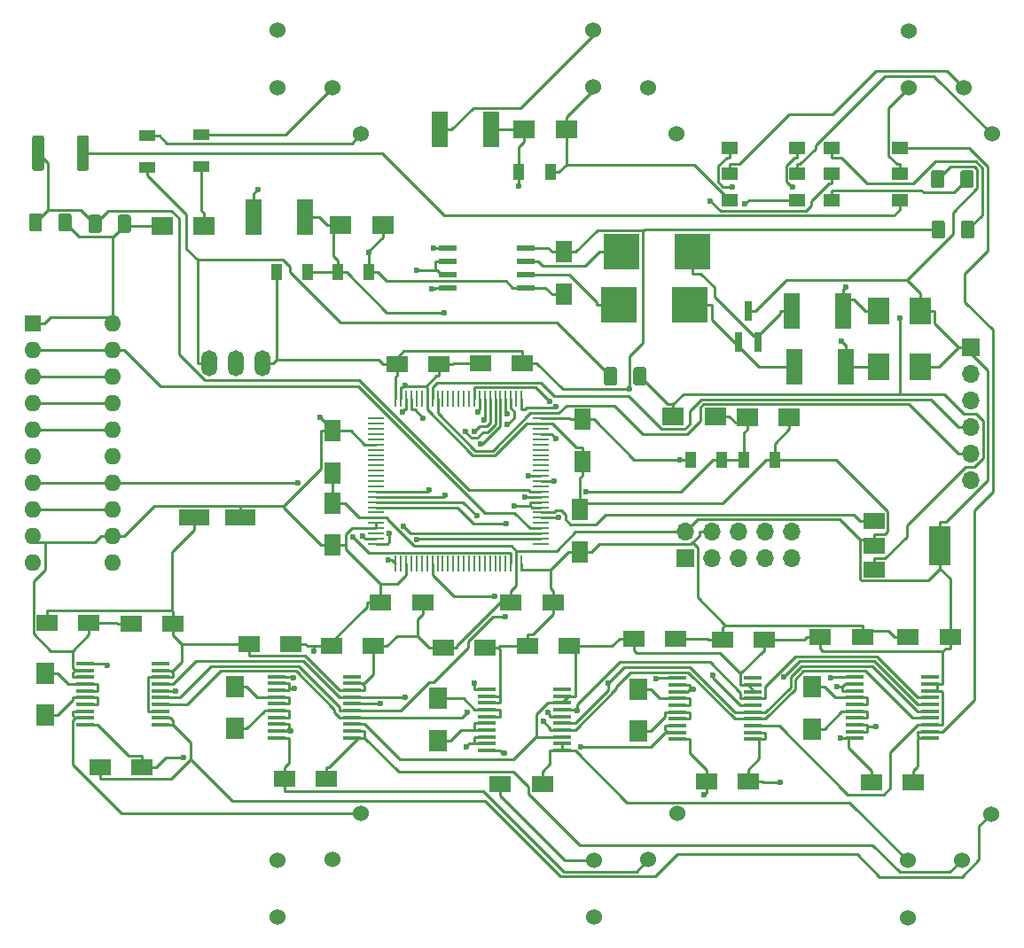
<source format=gtl>
G04 #@! TF.GenerationSoftware,KiCad,Pcbnew,5.0.2-bee76a0~70~ubuntu18.10.1*
G04 #@! TF.CreationDate,2019-03-31T19:05:15-04:00*
G04 #@! TF.ProjectId,Helios,48656c69-6f73-42e6-9b69-6361645f7063,rev?*
G04 #@! TF.SameCoordinates,Original*
G04 #@! TF.FileFunction,Copper,L1,Top*
G04 #@! TF.FilePolarity,Positive*
%FSLAX46Y46*%
G04 Gerber Fmt 4.6, Leading zero omitted, Abs format (unit mm)*
G04 Created by KiCad (PCBNEW 5.0.2-bee76a0~70~ubuntu18.10.1) date Sun 31 Mar 2019 07:05:15 PM EDT*
%MOMM*%
%LPD*%
G01*
G04 APERTURE LIST*
G04 #@! TA.AperFunction,SMDPad,CuDef*
%ADD10R,3.000000X1.600000*%
G04 #@! TD*
G04 #@! TA.AperFunction,SMDPad,CuDef*
%ADD11R,1.600000X2.000000*%
G04 #@! TD*
G04 #@! TA.AperFunction,SMDPad,CuDef*
%ADD12R,2.000000X1.600000*%
G04 #@! TD*
G04 #@! TA.AperFunction,ComponentPad*
%ADD13R,1.700000X1.700000*%
G04 #@! TD*
G04 #@! TA.AperFunction,ComponentPad*
%ADD14O,1.700000X1.700000*%
G04 #@! TD*
G04 #@! TA.AperFunction,SMDPad,CuDef*
%ADD15R,1.600000X1.000000*%
G04 #@! TD*
G04 #@! TA.AperFunction,SMDPad,CuDef*
%ADD16R,0.800000X1.900000*%
G04 #@! TD*
G04 #@! TA.AperFunction,SMDPad,CuDef*
%ADD17R,1.000000X1.600000*%
G04 #@! TD*
G04 #@! TA.AperFunction,SMDPad,CuDef*
%ADD18R,2.000000X1.700000*%
G04 #@! TD*
G04 #@! TA.AperFunction,SMDPad,CuDef*
%ADD19R,1.700000X2.000000*%
G04 #@! TD*
G04 #@! TA.AperFunction,SMDPad,CuDef*
%ADD20R,2.000000X2.500000*%
G04 #@! TD*
G04 #@! TA.AperFunction,SMDPad,CuDef*
%ADD21R,1.500000X0.280000*%
G04 #@! TD*
G04 #@! TA.AperFunction,SMDPad,CuDef*
%ADD22R,0.280000X1.500000*%
G04 #@! TD*
G04 #@! TA.AperFunction,SMDPad,CuDef*
%ADD23R,1.750000X0.550000*%
G04 #@! TD*
G04 #@! TA.AperFunction,SMDPad,CuDef*
%ADD24R,1.750000X0.450000*%
G04 #@! TD*
G04 #@! TA.AperFunction,ComponentPad*
%ADD25O,1.501140X2.499360*%
G04 #@! TD*
G04 #@! TA.AperFunction,SMDPad,CuDef*
%ADD26R,1.600000X3.500000*%
G04 #@! TD*
G04 #@! TA.AperFunction,SMDPad,CuDef*
%ADD27R,3.500000X3.500000*%
G04 #@! TD*
G04 #@! TA.AperFunction,ComponentPad*
%ADD28C,1.524000*%
G04 #@! TD*
G04 #@! TA.AperFunction,Conductor*
%ADD29C,0.100000*%
G04 #@! TD*
G04 #@! TA.AperFunction,SMDPad,CuDef*
%ADD30C,1.125000*%
G04 #@! TD*
G04 #@! TA.AperFunction,SMDPad,CuDef*
%ADD31R,2.000000X3.800000*%
G04 #@! TD*
G04 #@! TA.AperFunction,SMDPad,CuDef*
%ADD32R,2.000000X1.500000*%
G04 #@! TD*
G04 #@! TA.AperFunction,SMDPad,CuDef*
%ADD33C,1.250000*%
G04 #@! TD*
G04 #@! TA.AperFunction,ComponentPad*
%ADD34R,1.600000X1.600000*%
G04 #@! TD*
G04 #@! TA.AperFunction,ComponentPad*
%ADD35O,1.600000X1.600000*%
G04 #@! TD*
G04 #@! TA.AperFunction,SMDPad,CuDef*
%ADD36R,1.500000X1.200000*%
G04 #@! TD*
G04 #@! TA.AperFunction,ViaPad*
%ADD37C,0.600000*%
G04 #@! TD*
G04 #@! TA.AperFunction,Conductor*
%ADD38C,0.250000*%
G04 #@! TD*
G04 APERTURE END LIST*
D10*
G04 #@! TO.P,C1,1*
G04 #@! TO.N,+3V3*
X115184000Y-93487200D03*
G04 #@! TO.P,C1,2*
G04 #@! TO.N,GND*
X110784000Y-93487200D03*
G04 #@! TD*
D11*
G04 #@! TO.P,C2,1*
G04 #@! TO.N,+3V3*
X147828000Y-84106000D03*
G04 #@! TO.P,C2,2*
G04 #@! TO.N,GND*
X147828000Y-88106000D03*
G04 #@! TD*
G04 #@! TO.P,C3,1*
G04 #@! TO.N,+3V3*
X147574000Y-96742000D03*
G04 #@! TO.P,C3,2*
G04 #@! TO.N,GND*
X147574000Y-92742000D03*
G04 #@! TD*
D12*
G04 #@! TO.P,C4,1*
G04 #@! TO.N,+3V3*
X145002000Y-101600000D03*
G04 #@! TO.P,C4,2*
G04 #@! TO.N,GND*
X141002000Y-101600000D03*
G04 #@! TD*
G04 #@! TO.P,C5,1*
G04 #@! TO.N,+3V3*
X128556000Y-101600000D03*
G04 #@! TO.P,C5,2*
G04 #@! TO.N,GND*
X132556000Y-101600000D03*
G04 #@! TD*
G04 #@! TO.P,C6,1*
G04 #@! TO.N,+3V3*
X130100000Y-78800000D03*
G04 #@! TO.P,C6,2*
G04 #@! TO.N,GND*
X134100000Y-78800000D03*
G04 #@! TD*
G04 #@! TO.P,C7,1*
G04 #@! TO.N,+3V3*
X142100000Y-78700000D03*
G04 #@! TO.P,C7,2*
G04 #@! TO.N,GND*
X138100000Y-78700000D03*
G04 #@! TD*
D11*
G04 #@! TO.P,C8,1*
G04 #@! TO.N,+3V3*
X124000000Y-85200000D03*
G04 #@! TO.P,C8,2*
G04 #@! TO.N,GND*
X124000000Y-89200000D03*
G04 #@! TD*
G04 #@! TO.P,C9,1*
G04 #@! TO.N,+3V3*
X124000000Y-96100000D03*
G04 #@! TO.P,C9,2*
G04 #@! TO.N,GND*
X124000000Y-92100000D03*
G04 #@! TD*
G04 #@! TO.P,C10,1*
G04 #@! TO.N,GND*
X146050000Y-72104000D03*
G04 #@! TO.P,C10,2*
G04 #@! TO.N,+3V3*
X146050000Y-68104000D03*
G04 #@! TD*
D12*
G04 #@! TO.P,C11,1*
G04 #@! TO.N,GND*
X108760000Y-103630000D03*
G04 #@! TO.P,C11,2*
G04 #@! TO.N,+3V3*
X104760000Y-103630000D03*
G04 #@! TD*
G04 #@! TO.P,C12,1*
G04 #@! TO.N,GND*
X96720000Y-103520000D03*
G04 #@! TO.P,C12,2*
G04 #@! TO.N,+3V3*
X100720000Y-103520000D03*
G04 #@! TD*
G04 #@! TO.P,C13,1*
G04 #@! TO.N,RTD-1*
X101770000Y-117350000D03*
G04 #@! TO.P,C13,2*
G04 #@! TO.N,RTDb1*
X105770000Y-117350000D03*
G04 #@! TD*
G04 #@! TO.P,C14,1*
G04 #@! TO.N,GND*
X127840000Y-105780000D03*
G04 #@! TO.P,C14,2*
G04 #@! TO.N,+3V3*
X123840000Y-105780000D03*
G04 #@! TD*
G04 #@! TO.P,C15,1*
G04 #@! TO.N,GND*
X116020000Y-105560000D03*
G04 #@! TO.P,C15,2*
G04 #@! TO.N,+3V3*
X120020000Y-105560000D03*
G04 #@! TD*
G04 #@! TO.P,C16,1*
G04 #@! TO.N,RTD-2*
X123370000Y-118470000D03*
G04 #@! TO.P,C16,2*
G04 #@! TO.N,RTDb2*
X119370000Y-118470000D03*
G04 #@! TD*
G04 #@! TO.P,C17,1*
G04 #@! TO.N,GND*
X134510000Y-105950000D03*
G04 #@! TO.P,C17,2*
G04 #@! TO.N,+3V3*
X138510000Y-105950000D03*
G04 #@! TD*
G04 #@! TO.P,C18,1*
G04 #@! TO.N,GND*
X146560000Y-105780000D03*
G04 #@! TO.P,C18,2*
G04 #@! TO.N,+3V3*
X142560000Y-105780000D03*
G04 #@! TD*
G04 #@! TO.P,C19,1*
G04 #@! TO.N,RTD-3*
X143990000Y-118910000D03*
G04 #@! TO.P,C19,2*
G04 #@! TO.N,RTDb3*
X139990000Y-118910000D03*
G04 #@! TD*
G04 #@! TO.P,C20,1*
G04 #@! TO.N,GND*
X165220000Y-105120000D03*
G04 #@! TO.P,C20,2*
G04 #@! TO.N,+3V3*
X161220000Y-105120000D03*
G04 #@! TD*
G04 #@! TO.P,C21,1*
G04 #@! TO.N,GND*
X152720000Y-105040000D03*
G04 #@! TO.P,C21,2*
G04 #@! TO.N,+3V3*
X156720000Y-105040000D03*
G04 #@! TD*
G04 #@! TO.P,C22,1*
G04 #@! TO.N,RTD-4*
X163700000Y-118680000D03*
G04 #@! TO.P,C22,2*
G04 #@! TO.N,RTDb4*
X159700000Y-118680000D03*
G04 #@! TD*
G04 #@! TO.P,C23,1*
G04 #@! TO.N,GND*
X170550000Y-104890000D03*
G04 #@! TO.P,C23,2*
G04 #@! TO.N,+3V3*
X174550000Y-104890000D03*
G04 #@! TD*
G04 #@! TO.P,C24,1*
G04 #@! TO.N,GND*
X182940000Y-104890000D03*
G04 #@! TO.P,C24,2*
G04 #@! TO.N,+3V3*
X178940000Y-104890000D03*
G04 #@! TD*
G04 #@! TO.P,C25,1*
G04 #@! TO.N,RTD-5*
X179440000Y-118770000D03*
G04 #@! TO.P,C25,2*
G04 #@! TO.N,RTDb5*
X175440000Y-118770000D03*
G04 #@! TD*
D13*
G04 #@! TO.P,CON1,1*
G04 #@! TO.N,Net-(CON1-Pad1)*
X157627000Y-97388700D03*
D14*
G04 #@! TO.P,CON1,2*
G04 #@! TO.N,GND*
X157627000Y-94848700D03*
G04 #@! TO.P,CON1,3*
G04 #@! TO.N,Net-(CON1-Pad3)*
X160167000Y-97388700D03*
G04 #@! TO.P,CON1,4*
G04 #@! TO.N,+3V3*
X160167000Y-94848700D03*
G04 #@! TO.P,CON1,5*
G04 #@! TO.N,Net-(CON1-Pad5)*
X162707000Y-97388700D03*
G04 #@! TO.P,CON1,6*
G04 #@! TO.N,Net-(CON1-Pad6)*
X162707000Y-94848700D03*
G04 #@! TO.P,CON1,7*
G04 #@! TO.N,Net-(CON1-Pad7)*
X165247000Y-97388700D03*
G04 #@! TO.P,CON1,8*
G04 #@! TO.N,Net-(CON1-Pad8)*
X165247000Y-94848700D03*
G04 #@! TO.P,CON1,9*
G04 #@! TO.N,Net-(CON1-Pad9)*
X167787000Y-97388700D03*
G04 #@! TO.P,CON1,10*
G04 #@! TO.N,Net-(CON1-Pad10)*
X167787000Y-94848700D03*
G04 #@! TD*
D15*
G04 #@! TO.P,D1,1*
G04 #@! TO.N,GNDPWR*
X111400000Y-56900000D03*
G04 #@! TO.P,D1,2*
G04 #@! TO.N,Net-(D1-Pad2)*
X111400000Y-59900000D03*
G04 #@! TD*
G04 #@! TO.P,D2,1*
G04 #@! TO.N,+24V*
X106300000Y-60000000D03*
G04 #@! TO.P,D2,2*
G04 #@! TO.N,Net-(D2-Pad2)*
X106300000Y-57000000D03*
G04 #@! TD*
D16*
G04 #@! TO.P,D3,1*
G04 #@! TO.N,Net-(D3-Pad1)*
X162702000Y-76739900D03*
G04 #@! TO.P,D3,2*
G04 #@! TO.N,Net-(D3-Pad2)*
X164602000Y-76739900D03*
G04 #@! TO.P,D3,3*
G04 #@! TO.N,GND*
X163652000Y-73739900D03*
G04 #@! TD*
D17*
G04 #@! TO.P,D5,1*
G04 #@! TO.N,Net-(D5-Pad1)*
X141756000Y-60452000D03*
G04 #@! TO.P,D5,2*
G04 #@! TO.N,GND*
X144756000Y-60452000D03*
G04 #@! TD*
G04 #@! TO.P,D6,1*
G04 #@! TO.N,+3V3*
X118627000Y-70012600D03*
G04 #@! TO.P,D6,2*
G04 #@! TO.N,Net-(D6-Pad2)*
X121627000Y-70012600D03*
G04 #@! TD*
G04 #@! TO.P,D7,1*
G04 #@! TO.N,Net-(D6-Pad2)*
X124469000Y-70012600D03*
G04 #@! TO.P,D7,2*
G04 #@! TO.N,GND*
X127469000Y-70012600D03*
G04 #@! TD*
G04 #@! TO.P,D8,1*
G04 #@! TO.N,+3V3*
X158134000Y-87939900D03*
G04 #@! TO.P,D8,2*
G04 #@! TO.N,Net-(D8-Pad2)*
X161134000Y-87939900D03*
G04 #@! TD*
G04 #@! TO.P,D9,1*
G04 #@! TO.N,Net-(D8-Pad2)*
X163214000Y-87939900D03*
G04 #@! TO.P,D9,2*
G04 #@! TO.N,GND*
X166214000Y-87939900D03*
G04 #@! TD*
D13*
G04 #@! TO.P,J8,1*
G04 #@! TO.N,GND*
X184892000Y-77180400D03*
D14*
G04 #@! TO.P,J8,2*
G04 #@! TO.N,Net-(J8-Pad2)*
X184892000Y-79720400D03*
G04 #@! TO.P,J8,3*
G04 #@! TO.N,Net-(J8-Pad3)*
X184892000Y-82260400D03*
G04 #@! TO.P,J8,4*
G04 #@! TO.N,/GPIOB/UART1_RX*
X184892000Y-84800400D03*
G04 #@! TO.P,J8,5*
G04 #@! TO.N,/GPIOB/UART1_TX*
X184892000Y-87340400D03*
G04 #@! TO.P,J8,6*
G04 #@! TO.N,Net-(J8-Pad6)*
X184892000Y-89880400D03*
G04 #@! TD*
D18*
G04 #@! TO.P,R1,1*
G04 #@! TO.N,GND*
X107721000Y-65618400D03*
G04 #@! TO.P,R1,2*
G04 #@! TO.N,Net-(D1-Pad2)*
X111721000Y-65618400D03*
G04 #@! TD*
G04 #@! TO.P,R4,1*
G04 #@! TO.N,Net-(D8-Pad2)*
X160500000Y-83820000D03*
G04 #@! TO.P,R4,2*
G04 #@! TO.N,/Snow*
X156500000Y-83820000D03*
G04 #@! TD*
G04 #@! TO.P,R5,1*
G04 #@! TO.N,Net-(D5-Pad1)*
X142272000Y-56388000D03*
G04 #@! TO.P,R5,2*
G04 #@! TO.N,GND*
X146272000Y-56388000D03*
G04 #@! TD*
G04 #@! TO.P,R6,1*
G04 #@! TO.N,Net-(D8-Pad2)*
X163580000Y-83860000D03*
G04 #@! TO.P,R6,2*
G04 #@! TO.N,GND*
X167580000Y-83860000D03*
G04 #@! TD*
G04 #@! TO.P,R7,1*
G04 #@! TO.N,Net-(D6-Pad2)*
X124746000Y-65532000D03*
G04 #@! TO.P,R7,2*
G04 #@! TO.N,GND*
X128746000Y-65532000D03*
G04 #@! TD*
D19*
G04 #@! TO.P,R8,1*
G04 #@! TO.N,Net-(R8-Pad1)*
X96500000Y-108360000D03*
G04 #@! TO.P,R8,2*
G04 #@! TO.N,Net-(R8-Pad2)*
X96500000Y-112360000D03*
G04 #@! TD*
G04 #@! TO.P,R9,1*
G04 #@! TO.N,Net-(R9-Pad1)*
X114610000Y-109650000D03*
G04 #@! TO.P,R9,2*
G04 #@! TO.N,Net-(R9-Pad2)*
X114610000Y-113650000D03*
G04 #@! TD*
G04 #@! TO.P,R10,1*
G04 #@! TO.N,Net-(R10-Pad1)*
X134060000Y-110770000D03*
G04 #@! TO.P,R10,2*
G04 #@! TO.N,Net-(R10-Pad2)*
X134060000Y-114770000D03*
G04 #@! TD*
G04 #@! TO.P,R11,1*
G04 #@! TO.N,Net-(R11-Pad1)*
X153160000Y-109900000D03*
G04 #@! TO.P,R11,2*
G04 #@! TO.N,Net-(R11-Pad2)*
X153160000Y-113900000D03*
G04 #@! TD*
G04 #@! TO.P,R12,1*
G04 #@! TO.N,Net-(R12-Pad1)*
X169740000Y-109670000D03*
G04 #@! TO.P,R12,2*
G04 #@! TO.N,Net-(R12-Pad2)*
X169740000Y-113670000D03*
G04 #@! TD*
D20*
G04 #@! TO.P,RV1,1*
G04 #@! TO.N,/RS485B*
X176130000Y-73715900D03*
G04 #@! TO.P,RV1,2*
G04 #@! TO.N,GND*
X180130000Y-73715900D03*
G04 #@! TD*
G04 #@! TO.P,RV2,1*
G04 #@! TO.N,/RS485A*
X176130000Y-79049900D03*
G04 #@! TO.P,RV2,2*
G04 #@! TO.N,GND*
X180130000Y-79049900D03*
G04 #@! TD*
D21*
G04 #@! TO.P,U2,1*
G04 #@! TO.N,Net-(U2-Pad1)*
X128100000Y-84000000D03*
G04 #@! TO.P,U2,2*
G04 #@! TO.N,Net-(U2-Pad2)*
X128100000Y-84500000D03*
G04 #@! TO.P,U2,3*
G04 #@! TO.N,Net-(U2-Pad3)*
X128100000Y-85000000D03*
G04 #@! TO.P,U2,4*
G04 #@! TO.N,Net-(U2-Pad4)*
X128100000Y-85500000D03*
G04 #@! TO.P,U2,5*
G04 #@! TO.N,Net-(U2-Pad5)*
X128100000Y-86000000D03*
G04 #@! TO.P,U2,6*
G04 #@! TO.N,+3V3*
X128100000Y-86500000D03*
G04 #@! TO.P,U2,7*
G04 #@! TO.N,Net-(U2-Pad7)*
X128100000Y-87000000D03*
G04 #@! TO.P,U2,8*
G04 #@! TO.N,Net-(U2-Pad8)*
X128100000Y-87500000D03*
G04 #@! TO.P,U2,9*
G04 #@! TO.N,Net-(U2-Pad9)*
X128100000Y-88000000D03*
G04 #@! TO.P,U2,10*
G04 #@! TO.N,Net-(U2-Pad10)*
X128100000Y-88500000D03*
G04 #@! TO.P,U2,11*
G04 #@! TO.N,Net-(U2-Pad11)*
X128100000Y-89000000D03*
G04 #@! TO.P,U2,12*
G04 #@! TO.N,Net-(U2-Pad12)*
X128100000Y-89500000D03*
G04 #@! TO.P,U2,13*
G04 #@! TO.N,Net-(U2-Pad13)*
X128100000Y-90000000D03*
G04 #@! TO.P,U2,14*
G04 #@! TO.N,Net-(U2-Pad14)*
X128100000Y-90500000D03*
G04 #@! TO.P,U2,15*
G04 #@! TO.N,~RTDcs1*
X128100000Y-91000000D03*
G04 #@! TO.P,U2,16*
G04 #@! TO.N,~RTDcs2*
X128100000Y-91500000D03*
G04 #@! TO.P,U2,17*
G04 #@! TO.N,~RTDcs3*
X128100000Y-92000000D03*
G04 #@! TO.P,U2,18*
G04 #@! TO.N,~RTDcs4*
X128100000Y-92500000D03*
G04 #@! TO.P,U2,19*
G04 #@! TO.N,Net-(U2-Pad19)*
X128100000Y-93000000D03*
G04 #@! TO.P,U2,20*
G04 #@! TO.N,GND*
X128100000Y-93500000D03*
G04 #@! TO.P,U2,21*
G04 #@! TO.N,+3V3*
X128100000Y-94000000D03*
G04 #@! TO.P,U2,22*
X128100000Y-94500000D03*
G04 #@! TO.P,U2,23*
G04 #@! TO.N,Net-(U2-Pad23)*
X128100000Y-95000000D03*
G04 #@! TO.P,U2,24*
G04 #@! TO.N,/GPIOA/serial/TX_en*
X128100000Y-95500000D03*
G04 #@! TO.P,U2,25*
G04 #@! TO.N,/GPIOA/serial/TX*
X128100000Y-96000000D03*
D22*
G04 #@! TO.P,U2,26*
G04 #@! TO.N,/GPIOA/serial/RX*
X130000000Y-97900000D03*
G04 #@! TO.P,U2,27*
G04 #@! TO.N,Net-(U2-Pad27)*
X130500000Y-97900000D03*
G04 #@! TO.P,U2,28*
G04 #@! TO.N,+3V3*
X131000000Y-97900000D03*
G04 #@! TO.P,U2,29*
G04 #@! TO.N,Net-(U2-Pad29)*
X131500000Y-97900000D03*
G04 #@! TO.P,U2,30*
G04 #@! TO.N,Net-(U2-Pad30)*
X132000000Y-97900000D03*
G04 #@! TO.P,U2,31*
G04 #@! TO.N,Net-(U2-Pad31)*
X132500000Y-97900000D03*
G04 #@! TO.P,U2,32*
G04 #@! TO.N,Net-(U2-Pad32)*
X133000000Y-97900000D03*
G04 #@! TO.P,U2,33*
G04 #@! TO.N,~RTDcs5*
X133500000Y-97900000D03*
G04 #@! TO.P,U2,34*
G04 #@! TO.N,Net-(U2-Pad34)*
X134000000Y-97900000D03*
G04 #@! TO.P,U2,35*
G04 #@! TO.N,Net-(U2-Pad35)*
X134500000Y-97900000D03*
G04 #@! TO.P,U2,36*
G04 #@! TO.N,Net-(U2-Pad36)*
X135000000Y-97900000D03*
G04 #@! TO.P,U2,37*
G04 #@! TO.N,Net-(U2-Pad37)*
X135500000Y-97900000D03*
G04 #@! TO.P,U2,38*
G04 #@! TO.N,Net-(U2-Pad38)*
X136000000Y-97900000D03*
G04 #@! TO.P,U2,39*
G04 #@! TO.N,Net-(U2-Pad39)*
X136500000Y-97900000D03*
G04 #@! TO.P,U2,40*
G04 #@! TO.N,Net-(U2-Pad40)*
X137000000Y-97900000D03*
G04 #@! TO.P,U2,41*
G04 #@! TO.N,Net-(U2-Pad41)*
X137500000Y-97900000D03*
G04 #@! TO.P,U2,42*
G04 #@! TO.N,Net-(U2-Pad42)*
X138000000Y-97900000D03*
G04 #@! TO.P,U2,43*
G04 #@! TO.N,Net-(U2-Pad43)*
X138500000Y-97900000D03*
G04 #@! TO.P,U2,44*
G04 #@! TO.N,Net-(U2-Pad44)*
X139000000Y-97900000D03*
G04 #@! TO.P,U2,45*
G04 #@! TO.N,Net-(U2-Pad45)*
X139500000Y-97900000D03*
G04 #@! TO.P,U2,46*
G04 #@! TO.N,Net-(U2-Pad46)*
X140000000Y-97900000D03*
G04 #@! TO.P,U2,47*
G04 #@! TO.N,Net-(U2-Pad47)*
X140500000Y-97900000D03*
G04 #@! TO.P,U2,48*
G04 #@! TO.N,/GPIOB/~CS*
X141000000Y-97900000D03*
G04 #@! TO.P,U2,49*
G04 #@! TO.N,GND*
X141500000Y-97900000D03*
G04 #@! TO.P,U2,50*
G04 #@! TO.N,+3V3*
X142000000Y-97900000D03*
D21*
G04 #@! TO.P,U2,51*
G04 #@! TO.N,Net-(U2-Pad51)*
X143900000Y-96000000D03*
G04 #@! TO.P,U2,52*
G04 #@! TO.N,/GPIOB/SCK*
X143900000Y-95500000D03*
G04 #@! TO.P,U2,53*
G04 #@! TO.N,/GPIOB/D/~C*
X143900000Y-95000000D03*
G04 #@! TO.P,U2,54*
G04 #@! TO.N,/GPIOB/MOSI*
X143900000Y-94500000D03*
G04 #@! TO.P,U2,55*
G04 #@! TO.N,Net-(U2-Pad55)*
X143900000Y-94000000D03*
G04 #@! TO.P,U2,56*
G04 #@! TO.N,Net-(D8-Pad2)*
X143900000Y-93500000D03*
G04 #@! TO.P,U2,57*
G04 #@! TO.N,Net-(Q1-Pad1)*
X143900000Y-93000000D03*
G04 #@! TO.P,U2,58*
G04 #@! TO.N,Net-(D6-Pad2)*
X143900000Y-92500000D03*
G04 #@! TO.P,U2,59*
X143900000Y-92000000D03*
G04 #@! TO.P,U2,60*
G04 #@! TO.N,Net-(D5-Pad1)*
X143900000Y-91500000D03*
G04 #@! TO.P,U2,61*
G04 #@! TO.N,Net-(D4-Pad1)*
X143900000Y-91000000D03*
G04 #@! TO.P,U2,62*
G04 #@! TO.N,Net-(U2-Pad62)*
X143900000Y-90500000D03*
G04 #@! TO.P,U2,63*
G04 #@! TO.N,Rain*
X143900000Y-90000000D03*
G04 #@! TO.P,U2,64*
G04 #@! TO.N,Aux*
X143900000Y-89500000D03*
G04 #@! TO.P,U2,65*
G04 #@! TO.N,Net-(U2-Pad65)*
X143900000Y-89000000D03*
G04 #@! TO.P,U2,66*
G04 #@! TO.N,Net-(U2-Pad66)*
X143900000Y-88500000D03*
G04 #@! TO.P,U2,67*
G04 #@! TO.N,Net-(U2-Pad67)*
X143900000Y-88000000D03*
G04 #@! TO.P,U2,68*
G04 #@! TO.N,Net-(U2-Pad68)*
X143900000Y-87500000D03*
G04 #@! TO.P,U2,69*
G04 #@! TO.N,Net-(U2-Pad69)*
X143900000Y-87000000D03*
G04 #@! TO.P,U2,70*
G04 #@! TO.N,Net-(U2-Pad70)*
X143900000Y-86500000D03*
G04 #@! TO.P,U2,71*
G04 #@! TO.N,Net-(U2-Pad71)*
X143900000Y-86000000D03*
G04 #@! TO.P,U2,72*
G04 #@! TO.N,Net-(CON1-Pad5)*
X143900000Y-85500000D03*
G04 #@! TO.P,U2,73*
G04 #@! TO.N,Net-(U2-Pad73)*
X143900000Y-85000000D03*
G04 #@! TO.P,U2,74*
G04 #@! TO.N,GND*
X143900000Y-84500000D03*
G04 #@! TO.P,U2,75*
G04 #@! TO.N,+3V3*
X143900000Y-84000000D03*
D22*
G04 #@! TO.P,U2,76*
G04 #@! TO.N,Net-(CON1-Pad1)*
X142000000Y-82100000D03*
G04 #@! TO.P,U2,77*
G04 #@! TO.N,Net-(U2-Pad77)*
X141500000Y-82100000D03*
G04 #@! TO.P,U2,78*
G04 #@! TO.N,RTD_SCK*
X141000000Y-82100000D03*
G04 #@! TO.P,U2,79*
G04 #@! TO.N,RTD_MISO*
X140500000Y-82100000D03*
G04 #@! TO.P,U2,80*
G04 #@! TO.N,RTD_MOSI*
X140000000Y-82100000D03*
G04 #@! TO.P,U2,81*
G04 #@! TO.N,~DRDY1*
X139500000Y-82100000D03*
G04 #@! TO.P,U2,82*
G04 #@! TO.N,~DRDY2*
X139000000Y-82100000D03*
G04 #@! TO.P,U2,83*
G04 #@! TO.N,~DRDY3*
X138500000Y-82100000D03*
G04 #@! TO.P,U2,84*
G04 #@! TO.N,~DRDY4*
X138000000Y-82100000D03*
G04 #@! TO.P,U2,85*
G04 #@! TO.N,~DRDY5*
X137500000Y-82100000D03*
G04 #@! TO.P,U2,86*
G04 #@! TO.N,Net-(U2-Pad86)*
X137000000Y-82100000D03*
G04 #@! TO.P,U2,87*
G04 #@! TO.N,Net-(U2-Pad87)*
X136500000Y-82100000D03*
G04 #@! TO.P,U2,88*
G04 #@! TO.N,Net-(U2-Pad88)*
X136000000Y-82100000D03*
G04 #@! TO.P,U2,89*
G04 #@! TO.N,Net-(U2-Pad89)*
X135500000Y-82100000D03*
G04 #@! TO.P,U2,90*
G04 #@! TO.N,Net-(U2-Pad90)*
X135000000Y-82100000D03*
G04 #@! TO.P,U2,91*
G04 #@! TO.N,Net-(U2-Pad91)*
X134500000Y-82100000D03*
G04 #@! TO.P,U2,92*
G04 #@! TO.N,/GPIOB/UART1_TX*
X134000000Y-82100000D03*
G04 #@! TO.P,U2,93*
G04 #@! TO.N,/GPIOB/UART1_RX*
X133500000Y-82100000D03*
G04 #@! TO.P,U2,94*
G04 #@! TO.N,GND*
X133000000Y-82100000D03*
G04 #@! TO.P,U2,95*
G04 #@! TO.N,Net-(U2-Pad95)*
X132500000Y-82100000D03*
G04 #@! TO.P,U2,96*
G04 #@! TO.N,Net-(U2-Pad96)*
X132000000Y-82100000D03*
G04 #@! TO.P,U2,97*
G04 #@! TO.N,/GPIOB/485RX*
X131500000Y-82100000D03*
G04 #@! TO.P,U2,98*
G04 #@! TO.N,/GPIOB/485TX*
X131000000Y-82100000D03*
G04 #@! TO.P,U2,99*
G04 #@! TO.N,GND*
X130500000Y-82100000D03*
G04 #@! TO.P,U2,100*
G04 #@! TO.N,+3V3*
X130000000Y-82100000D03*
G04 #@! TD*
D23*
G04 #@! TO.P,U3,1*
G04 #@! TO.N,/GPIOA/serial/RX*
X134984000Y-67691000D03*
G04 #@! TO.P,U3,2*
G04 #@! TO.N,/GPIOA/serial/TX_en*
X134984000Y-68961000D03*
G04 #@! TO.P,U3,3*
X134984000Y-70231000D03*
G04 #@! TO.P,U3,4*
G04 #@! TO.N,/GPIOA/serial/TX*
X134984000Y-71501000D03*
G04 #@! TO.P,U3,5*
G04 #@! TO.N,GND*
X142384000Y-71501000D03*
G04 #@! TO.P,U3,6*
G04 #@! TO.N,Net-(R3-Pad2)*
X142384000Y-70231000D03*
G04 #@! TO.P,U3,7*
G04 #@! TO.N,Net-(R2-Pad2)*
X142384000Y-68961000D03*
G04 #@! TO.P,U3,8*
G04 #@! TO.N,+3V3*
X142384000Y-67691000D03*
G04 #@! TD*
D24*
G04 #@! TO.P,U4,1*
G04 #@! TO.N,~DRDY1*
X100340000Y-107435000D03*
G04 #@! TO.P,U4,2*
G04 #@! TO.N,+3V3*
X100340000Y-108085000D03*
G04 #@! TO.P,U4,3*
X100340000Y-108735000D03*
G04 #@! TO.P,U4,4*
G04 #@! TO.N,Net-(R8-Pad1)*
X100340000Y-109385000D03*
G04 #@! TO.P,U4,5*
X100340000Y-110035000D03*
G04 #@! TO.P,U4,6*
G04 #@! TO.N,Net-(R8-Pad2)*
X100340000Y-110685000D03*
G04 #@! TO.P,U4,7*
X100340000Y-111335000D03*
G04 #@! TO.P,U4,8*
G04 #@! TO.N,RTDa1*
X100340000Y-111985000D03*
G04 #@! TO.P,U4,9*
X100340000Y-112635000D03*
G04 #@! TO.P,U4,10*
G04 #@! TO.N,RTDb1*
X100340000Y-113285000D03*
G04 #@! TO.P,U4,11*
G04 #@! TO.N,RTD-1*
X107540000Y-113285000D03*
G04 #@! TO.P,U4,12*
X107540000Y-112635000D03*
G04 #@! TO.P,U4,13*
G04 #@! TO.N,GND*
X107540000Y-111985000D03*
G04 #@! TO.P,U4,14*
G04 #@! TO.N,RTD_MOSI*
X107540000Y-111335000D03*
G04 #@! TO.P,U4,15*
G04 #@! TO.N,RTD_SCK*
X107540000Y-110685000D03*
G04 #@! TO.P,U4,16*
G04 #@! TO.N,~RTDcs1*
X107540000Y-110035000D03*
G04 #@! TO.P,U4,17*
G04 #@! TO.N,RTD_MISO*
X107540000Y-109385000D03*
G04 #@! TO.P,U4,18*
G04 #@! TO.N,GND*
X107540000Y-108735000D03*
G04 #@! TO.P,U4,19*
X107540000Y-108085000D03*
G04 #@! TO.P,U4,20*
G04 #@! TO.N,Net-(U4-Pad20)*
X107540000Y-107435000D03*
G04 #@! TD*
G04 #@! TO.P,U5,1*
G04 #@! TO.N,~DRDY2*
X118610000Y-108665000D03*
G04 #@! TO.P,U5,2*
G04 #@! TO.N,+3V3*
X118610000Y-109315000D03*
G04 #@! TO.P,U5,3*
X118610000Y-109965000D03*
G04 #@! TO.P,U5,4*
G04 #@! TO.N,Net-(R9-Pad1)*
X118610000Y-110615000D03*
G04 #@! TO.P,U5,5*
X118610000Y-111265000D03*
G04 #@! TO.P,U5,6*
G04 #@! TO.N,Net-(R9-Pad2)*
X118610000Y-111915000D03*
G04 #@! TO.P,U5,7*
X118610000Y-112565000D03*
G04 #@! TO.P,U5,8*
G04 #@! TO.N,RTDa2*
X118610000Y-113215000D03*
G04 #@! TO.P,U5,9*
X118610000Y-113865000D03*
G04 #@! TO.P,U5,10*
G04 #@! TO.N,RTDb2*
X118610000Y-114515000D03*
G04 #@! TO.P,U5,11*
G04 #@! TO.N,RTD-2*
X125810000Y-114515000D03*
G04 #@! TO.P,U5,12*
X125810000Y-113865000D03*
G04 #@! TO.P,U5,13*
G04 #@! TO.N,GND*
X125810000Y-113215000D03*
G04 #@! TO.P,U5,14*
G04 #@! TO.N,RTD_MOSI*
X125810000Y-112565000D03*
G04 #@! TO.P,U5,15*
G04 #@! TO.N,RTD_SCK*
X125810000Y-111915000D03*
G04 #@! TO.P,U5,16*
G04 #@! TO.N,~RTDcs2*
X125810000Y-111265000D03*
G04 #@! TO.P,U5,17*
G04 #@! TO.N,RTD_MISO*
X125810000Y-110615000D03*
G04 #@! TO.P,U5,18*
G04 #@! TO.N,GND*
X125810000Y-109965000D03*
G04 #@! TO.P,U5,19*
X125810000Y-109315000D03*
G04 #@! TO.P,U5,20*
G04 #@! TO.N,Net-(U5-Pad20)*
X125810000Y-108665000D03*
G04 #@! TD*
G04 #@! TO.P,U6,1*
G04 #@! TO.N,~DRDY3*
X138730000Y-109895000D03*
G04 #@! TO.P,U6,2*
G04 #@! TO.N,+3V3*
X138730000Y-110545000D03*
G04 #@! TO.P,U6,3*
X138730000Y-111195000D03*
G04 #@! TO.P,U6,4*
G04 #@! TO.N,Net-(R10-Pad1)*
X138730000Y-111845000D03*
G04 #@! TO.P,U6,5*
X138730000Y-112495000D03*
G04 #@! TO.P,U6,6*
G04 #@! TO.N,Net-(R10-Pad2)*
X138730000Y-113145000D03*
G04 #@! TO.P,U6,7*
X138730000Y-113795000D03*
G04 #@! TO.P,U6,8*
G04 #@! TO.N,RTDa3*
X138730000Y-114445000D03*
G04 #@! TO.P,U6,9*
X138730000Y-115095000D03*
G04 #@! TO.P,U6,10*
G04 #@! TO.N,RTDb3*
X138730000Y-115745000D03*
G04 #@! TO.P,U6,11*
G04 #@! TO.N,RTD-3*
X145930000Y-115745000D03*
G04 #@! TO.P,U6,12*
X145930000Y-115095000D03*
G04 #@! TO.P,U6,13*
G04 #@! TO.N,GND*
X145930000Y-114445000D03*
G04 #@! TO.P,U6,14*
G04 #@! TO.N,RTD_MOSI*
X145930000Y-113795000D03*
G04 #@! TO.P,U6,15*
G04 #@! TO.N,RTD_SCK*
X145930000Y-113145000D03*
G04 #@! TO.P,U6,16*
G04 #@! TO.N,~RTDcs3*
X145930000Y-112495000D03*
G04 #@! TO.P,U6,17*
G04 #@! TO.N,RTD_MISO*
X145930000Y-111845000D03*
G04 #@! TO.P,U6,18*
G04 #@! TO.N,GND*
X145930000Y-111195000D03*
G04 #@! TO.P,U6,19*
X145930000Y-110545000D03*
G04 #@! TO.P,U6,20*
G04 #@! TO.N,Net-(U6-Pad20)*
X145930000Y-109895000D03*
G04 #@! TD*
G04 #@! TO.P,U7,1*
G04 #@! TO.N,~DRDY4*
X156920000Y-108825000D03*
G04 #@! TO.P,U7,2*
G04 #@! TO.N,+3V3*
X156920000Y-109475000D03*
G04 #@! TO.P,U7,3*
X156920000Y-110125000D03*
G04 #@! TO.P,U7,4*
G04 #@! TO.N,Net-(R11-Pad1)*
X156920000Y-110775000D03*
G04 #@! TO.P,U7,5*
X156920000Y-111425000D03*
G04 #@! TO.P,U7,6*
G04 #@! TO.N,Net-(R11-Pad2)*
X156920000Y-112075000D03*
G04 #@! TO.P,U7,7*
X156920000Y-112725000D03*
G04 #@! TO.P,U7,8*
G04 #@! TO.N,RTDa4*
X156920000Y-113375000D03*
G04 #@! TO.P,U7,9*
X156920000Y-114025000D03*
G04 #@! TO.P,U7,10*
G04 #@! TO.N,RTDb4*
X156920000Y-114675000D03*
G04 #@! TO.P,U7,11*
G04 #@! TO.N,RTD-4*
X164120000Y-114675000D03*
G04 #@! TO.P,U7,12*
X164120000Y-114025000D03*
G04 #@! TO.P,U7,13*
G04 #@! TO.N,GND*
X164120000Y-113375000D03*
G04 #@! TO.P,U7,14*
G04 #@! TO.N,RTD_MOSI*
X164120000Y-112725000D03*
G04 #@! TO.P,U7,15*
G04 #@! TO.N,RTD_SCK*
X164120000Y-112075000D03*
G04 #@! TO.P,U7,16*
G04 #@! TO.N,~RTDcs4*
X164120000Y-111425000D03*
G04 #@! TO.P,U7,17*
G04 #@! TO.N,RTD_MISO*
X164120000Y-110775000D03*
G04 #@! TO.P,U7,18*
G04 #@! TO.N,GND*
X164120000Y-110125000D03*
G04 #@! TO.P,U7,19*
X164120000Y-109475000D03*
G04 #@! TO.P,U7,20*
G04 #@! TO.N,Net-(U7-Pad20)*
X164120000Y-108825000D03*
G04 #@! TD*
G04 #@! TO.P,U8,1*
G04 #@! TO.N,~DRDY5*
X173840000Y-108735000D03*
G04 #@! TO.P,U8,2*
G04 #@! TO.N,+3V3*
X173840000Y-109385000D03*
G04 #@! TO.P,U8,3*
X173840000Y-110035000D03*
G04 #@! TO.P,U8,4*
G04 #@! TO.N,Net-(R12-Pad1)*
X173840000Y-110685000D03*
G04 #@! TO.P,U8,5*
X173840000Y-111335000D03*
G04 #@! TO.P,U8,6*
G04 #@! TO.N,Net-(R12-Pad2)*
X173840000Y-111985000D03*
G04 #@! TO.P,U8,7*
X173840000Y-112635000D03*
G04 #@! TO.P,U8,8*
G04 #@! TO.N,RTDa5*
X173840000Y-113285000D03*
G04 #@! TO.P,U8,9*
X173840000Y-113935000D03*
G04 #@! TO.P,U8,10*
G04 #@! TO.N,RTDb5*
X173840000Y-114585000D03*
G04 #@! TO.P,U8,11*
G04 #@! TO.N,RTD-5*
X181040000Y-114585000D03*
G04 #@! TO.P,U8,12*
X181040000Y-113935000D03*
G04 #@! TO.P,U8,13*
G04 #@! TO.N,GND*
X181040000Y-113285000D03*
G04 #@! TO.P,U8,14*
G04 #@! TO.N,RTD_MOSI*
X181040000Y-112635000D03*
G04 #@! TO.P,U8,15*
G04 #@! TO.N,RTD_SCK*
X181040000Y-111985000D03*
G04 #@! TO.P,U8,16*
G04 #@! TO.N,~RTDcs5*
X181040000Y-111335000D03*
G04 #@! TO.P,U8,17*
G04 #@! TO.N,RTD_MISO*
X181040000Y-110685000D03*
G04 #@! TO.P,U8,18*
G04 #@! TO.N,GND*
X181040000Y-110035000D03*
G04 #@! TO.P,U8,19*
X181040000Y-109385000D03*
G04 #@! TO.P,U8,20*
G04 #@! TO.N,Net-(U8-Pad20)*
X181040000Y-108735000D03*
G04 #@! TD*
D25*
G04 #@! TO.P,U1,2*
G04 #@! TO.N,GND*
X114691000Y-78734900D03*
G04 #@! TO.P,U1,1*
G04 #@! TO.N,+24V*
X112151000Y-78734900D03*
G04 #@! TO.P,U1,3*
G04 #@! TO.N,+3V3*
X117231000Y-78734900D03*
G04 #@! TD*
D26*
G04 #@! TO.P,F1,1*
G04 #@! TO.N,/RS485B*
X172696000Y-73715900D03*
G04 #@! TO.P,F1,2*
G04 #@! TO.N,Net-(D3-Pad2)*
X167816000Y-73715900D03*
G04 #@! TD*
G04 #@! TO.P,F2,1*
G04 #@! TO.N,/RS485A*
X172950000Y-79049900D03*
G04 #@! TO.P,F2,2*
G04 #@! TO.N,Net-(D3-Pad1)*
X168070000Y-79049900D03*
G04 #@! TD*
G04 #@! TO.P,F3,1*
G04 #@! TO.N,Net-(D6-Pad2)*
X121312000Y-64770000D03*
G04 #@! TO.P,F3,2*
G04 #@! TO.N,/Pyro*
X116432000Y-64770000D03*
G04 #@! TD*
G04 #@! TO.P,F4,1*
G04 #@! TO.N,Net-(D5-Pad1)*
X139092000Y-56388000D03*
G04 #@! TO.P,F4,2*
G04 #@! TO.N,/Wind*
X134212000Y-56388000D03*
G04 #@! TD*
D27*
G04 #@! TO.P,R2,1*
G04 #@! TO.N,Net-(D3-Pad2)*
X158340000Y-68072000D03*
G04 #@! TO.P,R2,2*
G04 #@! TO.N,Net-(R2-Pad2)*
X151540000Y-68072000D03*
G04 #@! TD*
G04 #@! TO.P,R3,1*
G04 #@! TO.N,Net-(D3-Pad1)*
X158086000Y-73152000D03*
G04 #@! TO.P,R3,2*
G04 #@! TO.N,Net-(R3-Pad2)*
X151286000Y-73152000D03*
G04 #@! TD*
D28*
G04 #@! TO.P,J1,1*
G04 #@! TO.N,RTDa1*
X126685000Y-121759000D03*
G04 #@! TO.P,J1,2*
G04 #@! TO.N,RTDa2*
X123935000Y-126159000D03*
G04 #@! TO.P,J1,3*
G04 #@! TO.N,RTDa3*
X118735000Y-126209000D03*
G04 #@! TO.P,J1,4*
G04 #@! TO.N,RTDa4*
X118735000Y-131659000D03*
G04 #@! TD*
G04 #@! TO.P,J2,4*
G04 #@! TO.N,RTDb4*
X148925000Y-131679000D03*
G04 #@! TO.P,J2,3*
G04 #@! TO.N,RTDb3*
X148925000Y-126229000D03*
G04 #@! TO.P,J2,2*
G04 #@! TO.N,RTDb2*
X154125000Y-126179000D03*
G04 #@! TO.P,J2,1*
G04 #@! TO.N,RTDb1*
X156875000Y-121779000D03*
G04 #@! TD*
G04 #@! TO.P,J3,1*
G04 #@! TO.N,RTD-1*
X186852000Y-121794000D03*
G04 #@! TO.P,J3,2*
G04 #@! TO.N,RTD-2*
X184102000Y-126194000D03*
G04 #@! TO.P,J3,3*
G04 #@! TO.N,RTD-3*
X178902000Y-126244000D03*
G04 #@! TO.P,J3,4*
G04 #@! TO.N,RTD-4*
X178902000Y-131694000D03*
G04 #@! TD*
G04 #@! TO.P,J4,4*
G04 #@! TO.N,/Pyro*
X118750000Y-46918400D03*
G04 #@! TO.P,J4,3*
G04 #@! TO.N,GND*
X118750000Y-52368400D03*
G04 #@! TO.P,J4,2*
G04 #@! TO.N,GNDPWR*
X123950000Y-52418400D03*
G04 #@! TO.P,J4,1*
G04 #@! TO.N,Net-(D2-Pad2)*
X126700000Y-56818400D03*
G04 #@! TD*
G04 #@! TO.P,J5,1*
G04 #@! TO.N,/RS485A*
X156819000Y-56803200D03*
G04 #@! TO.P,J5,2*
G04 #@! TO.N,/RS485B*
X154069000Y-52403200D03*
G04 #@! TO.P,J5,3*
G04 #@! TO.N,GND*
X148869000Y-52353200D03*
G04 #@! TO.P,J5,4*
G04 #@! TO.N,/Wind*
X148869000Y-46903200D03*
G04 #@! TD*
G04 #@! TO.P,J6,1*
G04 #@! TO.N,Net-(J6-Pad1)*
X186959000Y-56843800D03*
G04 #@! TO.P,J6,2*
G04 #@! TO.N,Net-(J6-Pad2)*
X184209000Y-52443800D03*
G04 #@! TO.P,J6,3*
G04 #@! TO.N,Net-(J6-Pad3)*
X179009000Y-52393800D03*
G04 #@! TO.P,J6,4*
G04 #@! TO.N,/Snow*
X179009000Y-46943800D03*
G04 #@! TD*
D29*
G04 #@! TO.N,Net-(D4-Pad1)*
G04 #@! TO.C,F5*
G36*
X96182505Y-56944704D02*
X96206773Y-56948304D01*
X96230572Y-56954265D01*
X96253671Y-56962530D01*
X96275850Y-56973020D01*
X96296893Y-56985632D01*
X96316599Y-57000247D01*
X96334777Y-57016723D01*
X96351253Y-57034901D01*
X96365868Y-57054607D01*
X96378480Y-57075650D01*
X96388970Y-57097829D01*
X96397235Y-57120928D01*
X96403196Y-57144727D01*
X96406796Y-57168995D01*
X96408000Y-57193499D01*
X96408000Y-60093501D01*
X96406796Y-60118005D01*
X96403196Y-60142273D01*
X96397235Y-60166072D01*
X96388970Y-60189171D01*
X96378480Y-60211350D01*
X96365868Y-60232393D01*
X96351253Y-60252099D01*
X96334777Y-60270277D01*
X96316599Y-60286753D01*
X96296893Y-60301368D01*
X96275850Y-60313980D01*
X96253671Y-60324470D01*
X96230572Y-60332735D01*
X96206773Y-60338696D01*
X96182505Y-60342296D01*
X96158001Y-60343500D01*
X95532999Y-60343500D01*
X95508495Y-60342296D01*
X95484227Y-60338696D01*
X95460428Y-60332735D01*
X95437329Y-60324470D01*
X95415150Y-60313980D01*
X95394107Y-60301368D01*
X95374401Y-60286753D01*
X95356223Y-60270277D01*
X95339747Y-60252099D01*
X95325132Y-60232393D01*
X95312520Y-60211350D01*
X95302030Y-60189171D01*
X95293765Y-60166072D01*
X95287804Y-60142273D01*
X95284204Y-60118005D01*
X95283000Y-60093501D01*
X95283000Y-57193499D01*
X95284204Y-57168995D01*
X95287804Y-57144727D01*
X95293765Y-57120928D01*
X95302030Y-57097829D01*
X95312520Y-57075650D01*
X95325132Y-57054607D01*
X95339747Y-57034901D01*
X95356223Y-57016723D01*
X95374401Y-57000247D01*
X95394107Y-56985632D01*
X95415150Y-56973020D01*
X95437329Y-56962530D01*
X95460428Y-56954265D01*
X95484227Y-56948304D01*
X95508495Y-56944704D01*
X95532999Y-56943500D01*
X96158001Y-56943500D01*
X96182505Y-56944704D01*
X96182505Y-56944704D01*
G37*
D30*
G04 #@! TD*
G04 #@! TO.P,F5,1*
G04 #@! TO.N,Net-(D4-Pad1)*
X95845500Y-58643500D03*
D29*
G04 #@! TO.N,WindDir*
G04 #@! TO.C,F5*
G36*
X100457505Y-56944704D02*
X100481773Y-56948304D01*
X100505572Y-56954265D01*
X100528671Y-56962530D01*
X100550850Y-56973020D01*
X100571893Y-56985632D01*
X100591599Y-57000247D01*
X100609777Y-57016723D01*
X100626253Y-57034901D01*
X100640868Y-57054607D01*
X100653480Y-57075650D01*
X100663970Y-57097829D01*
X100672235Y-57120928D01*
X100678196Y-57144727D01*
X100681796Y-57168995D01*
X100683000Y-57193499D01*
X100683000Y-60093501D01*
X100681796Y-60118005D01*
X100678196Y-60142273D01*
X100672235Y-60166072D01*
X100663970Y-60189171D01*
X100653480Y-60211350D01*
X100640868Y-60232393D01*
X100626253Y-60252099D01*
X100609777Y-60270277D01*
X100591599Y-60286753D01*
X100571893Y-60301368D01*
X100550850Y-60313980D01*
X100528671Y-60324470D01*
X100505572Y-60332735D01*
X100481773Y-60338696D01*
X100457505Y-60342296D01*
X100433001Y-60343500D01*
X99807999Y-60343500D01*
X99783495Y-60342296D01*
X99759227Y-60338696D01*
X99735428Y-60332735D01*
X99712329Y-60324470D01*
X99690150Y-60313980D01*
X99669107Y-60301368D01*
X99649401Y-60286753D01*
X99631223Y-60270277D01*
X99614747Y-60252099D01*
X99600132Y-60232393D01*
X99587520Y-60211350D01*
X99577030Y-60189171D01*
X99568765Y-60166072D01*
X99562804Y-60142273D01*
X99559204Y-60118005D01*
X99558000Y-60093501D01*
X99558000Y-57193499D01*
X99559204Y-57168995D01*
X99562804Y-57144727D01*
X99568765Y-57120928D01*
X99577030Y-57097829D01*
X99587520Y-57075650D01*
X99600132Y-57054607D01*
X99614747Y-57034901D01*
X99631223Y-57016723D01*
X99649401Y-57000247D01*
X99669107Y-56985632D01*
X99690150Y-56973020D01*
X99712329Y-56962530D01*
X99735428Y-56954265D01*
X99759227Y-56948304D01*
X99783495Y-56944704D01*
X99807999Y-56943500D01*
X100433001Y-56943500D01*
X100457505Y-56944704D01*
X100457505Y-56944704D01*
G37*
D30*
G04 #@! TD*
G04 #@! TO.P,F5,2*
G04 #@! TO.N,WindDir*
X100120500Y-58643500D03*
D31*
G04 #@! TO.P,Q1,2*
G04 #@! TO.N,GND*
X181966000Y-96144100D03*
D32*
X175666000Y-96144100D03*
G04 #@! TO.P,Q1,3*
G04 #@! TO.N,/Snow*
X175666000Y-98444100D03*
G04 #@! TO.P,Q1,1*
G04 #@! TO.N,Net-(Q1-Pad1)*
X175666000Y-93844100D03*
G04 #@! TD*
D29*
G04 #@! TO.N,/Snow*
G04 #@! TO.C,R13*
G36*
X153724504Y-79110804D02*
X153748773Y-79114404D01*
X153772571Y-79120365D01*
X153795671Y-79128630D01*
X153817849Y-79139120D01*
X153838893Y-79151733D01*
X153858598Y-79166347D01*
X153876777Y-79182823D01*
X153893253Y-79201002D01*
X153907867Y-79220707D01*
X153920480Y-79241751D01*
X153930970Y-79263929D01*
X153939235Y-79287029D01*
X153945196Y-79310827D01*
X153948796Y-79335096D01*
X153950000Y-79359600D01*
X153950000Y-80609600D01*
X153948796Y-80634104D01*
X153945196Y-80658373D01*
X153939235Y-80682171D01*
X153930970Y-80705271D01*
X153920480Y-80727449D01*
X153907867Y-80748493D01*
X153893253Y-80768198D01*
X153876777Y-80786377D01*
X153858598Y-80802853D01*
X153838893Y-80817467D01*
X153817849Y-80830080D01*
X153795671Y-80840570D01*
X153772571Y-80848835D01*
X153748773Y-80854796D01*
X153724504Y-80858396D01*
X153700000Y-80859600D01*
X152950000Y-80859600D01*
X152925496Y-80858396D01*
X152901227Y-80854796D01*
X152877429Y-80848835D01*
X152854329Y-80840570D01*
X152832151Y-80830080D01*
X152811107Y-80817467D01*
X152791402Y-80802853D01*
X152773223Y-80786377D01*
X152756747Y-80768198D01*
X152742133Y-80748493D01*
X152729520Y-80727449D01*
X152719030Y-80705271D01*
X152710765Y-80682171D01*
X152704804Y-80658373D01*
X152701204Y-80634104D01*
X152700000Y-80609600D01*
X152700000Y-79359600D01*
X152701204Y-79335096D01*
X152704804Y-79310827D01*
X152710765Y-79287029D01*
X152719030Y-79263929D01*
X152729520Y-79241751D01*
X152742133Y-79220707D01*
X152756747Y-79201002D01*
X152773223Y-79182823D01*
X152791402Y-79166347D01*
X152811107Y-79151733D01*
X152832151Y-79139120D01*
X152854329Y-79128630D01*
X152877429Y-79120365D01*
X152901227Y-79114404D01*
X152925496Y-79110804D01*
X152950000Y-79109600D01*
X153700000Y-79109600D01*
X153724504Y-79110804D01*
X153724504Y-79110804D01*
G37*
D33*
G04 #@! TD*
G04 #@! TO.P,R13,1*
G04 #@! TO.N,/Snow*
X153325000Y-79984600D03*
D29*
G04 #@! TO.N,+24V*
G04 #@! TO.C,R13*
G36*
X150924504Y-79110804D02*
X150948773Y-79114404D01*
X150972571Y-79120365D01*
X150995671Y-79128630D01*
X151017849Y-79139120D01*
X151038893Y-79151733D01*
X151058598Y-79166347D01*
X151076777Y-79182823D01*
X151093253Y-79201002D01*
X151107867Y-79220707D01*
X151120480Y-79241751D01*
X151130970Y-79263929D01*
X151139235Y-79287029D01*
X151145196Y-79310827D01*
X151148796Y-79335096D01*
X151150000Y-79359600D01*
X151150000Y-80609600D01*
X151148796Y-80634104D01*
X151145196Y-80658373D01*
X151139235Y-80682171D01*
X151130970Y-80705271D01*
X151120480Y-80727449D01*
X151107867Y-80748493D01*
X151093253Y-80768198D01*
X151076777Y-80786377D01*
X151058598Y-80802853D01*
X151038893Y-80817467D01*
X151017849Y-80830080D01*
X150995671Y-80840570D01*
X150972571Y-80848835D01*
X150948773Y-80854796D01*
X150924504Y-80858396D01*
X150900000Y-80859600D01*
X150150000Y-80859600D01*
X150125496Y-80858396D01*
X150101227Y-80854796D01*
X150077429Y-80848835D01*
X150054329Y-80840570D01*
X150032151Y-80830080D01*
X150011107Y-80817467D01*
X149991402Y-80802853D01*
X149973223Y-80786377D01*
X149956747Y-80768198D01*
X149942133Y-80748493D01*
X149929520Y-80727449D01*
X149919030Y-80705271D01*
X149910765Y-80682171D01*
X149904804Y-80658373D01*
X149901204Y-80634104D01*
X149900000Y-80609600D01*
X149900000Y-79359600D01*
X149901204Y-79335096D01*
X149904804Y-79310827D01*
X149910765Y-79287029D01*
X149919030Y-79263929D01*
X149929520Y-79241751D01*
X149942133Y-79220707D01*
X149956747Y-79201002D01*
X149973223Y-79182823D01*
X149991402Y-79166347D01*
X150011107Y-79151733D01*
X150032151Y-79139120D01*
X150054329Y-79128630D01*
X150077429Y-79120365D01*
X150101227Y-79114404D01*
X150125496Y-79110804D01*
X150150000Y-79109600D01*
X150900000Y-79109600D01*
X150924504Y-79110804D01*
X150924504Y-79110804D01*
G37*
D33*
G04 #@! TD*
G04 #@! TO.P,R13,2*
G04 #@! TO.N,+24V*
X150525000Y-79984600D03*
D29*
G04 #@! TO.N,GND*
G04 #@! TO.C,R14*
G36*
X98804204Y-64394004D02*
X98828473Y-64397604D01*
X98852271Y-64403565D01*
X98875371Y-64411830D01*
X98897549Y-64422320D01*
X98918593Y-64434933D01*
X98938298Y-64449547D01*
X98956477Y-64466023D01*
X98972953Y-64484202D01*
X98987567Y-64503907D01*
X99000180Y-64524951D01*
X99010670Y-64547129D01*
X99018935Y-64570229D01*
X99024896Y-64594027D01*
X99028496Y-64618296D01*
X99029700Y-64642800D01*
X99029700Y-65892800D01*
X99028496Y-65917304D01*
X99024896Y-65941573D01*
X99018935Y-65965371D01*
X99010670Y-65988471D01*
X99000180Y-66010649D01*
X98987567Y-66031693D01*
X98972953Y-66051398D01*
X98956477Y-66069577D01*
X98938298Y-66086053D01*
X98918593Y-66100667D01*
X98897549Y-66113280D01*
X98875371Y-66123770D01*
X98852271Y-66132035D01*
X98828473Y-66137996D01*
X98804204Y-66141596D01*
X98779700Y-66142800D01*
X98029700Y-66142800D01*
X98005196Y-66141596D01*
X97980927Y-66137996D01*
X97957129Y-66132035D01*
X97934029Y-66123770D01*
X97911851Y-66113280D01*
X97890807Y-66100667D01*
X97871102Y-66086053D01*
X97852923Y-66069577D01*
X97836447Y-66051398D01*
X97821833Y-66031693D01*
X97809220Y-66010649D01*
X97798730Y-65988471D01*
X97790465Y-65965371D01*
X97784504Y-65941573D01*
X97780904Y-65917304D01*
X97779700Y-65892800D01*
X97779700Y-64642800D01*
X97780904Y-64618296D01*
X97784504Y-64594027D01*
X97790465Y-64570229D01*
X97798730Y-64547129D01*
X97809220Y-64524951D01*
X97821833Y-64503907D01*
X97836447Y-64484202D01*
X97852923Y-64466023D01*
X97871102Y-64449547D01*
X97890807Y-64434933D01*
X97911851Y-64422320D01*
X97934029Y-64411830D01*
X97957129Y-64403565D01*
X97980927Y-64397604D01*
X98005196Y-64394004D01*
X98029700Y-64392800D01*
X98779700Y-64392800D01*
X98804204Y-64394004D01*
X98804204Y-64394004D01*
G37*
D33*
G04 #@! TD*
G04 #@! TO.P,R14,2*
G04 #@! TO.N,GND*
X98404700Y-65267800D03*
D29*
G04 #@! TO.N,Net-(D4-Pad1)*
G04 #@! TO.C,R14*
G36*
X96004204Y-64394004D02*
X96028473Y-64397604D01*
X96052271Y-64403565D01*
X96075371Y-64411830D01*
X96097549Y-64422320D01*
X96118593Y-64434933D01*
X96138298Y-64449547D01*
X96156477Y-64466023D01*
X96172953Y-64484202D01*
X96187567Y-64503907D01*
X96200180Y-64524951D01*
X96210670Y-64547129D01*
X96218935Y-64570229D01*
X96224896Y-64594027D01*
X96228496Y-64618296D01*
X96229700Y-64642800D01*
X96229700Y-65892800D01*
X96228496Y-65917304D01*
X96224896Y-65941573D01*
X96218935Y-65965371D01*
X96210670Y-65988471D01*
X96200180Y-66010649D01*
X96187567Y-66031693D01*
X96172953Y-66051398D01*
X96156477Y-66069577D01*
X96138298Y-66086053D01*
X96118593Y-66100667D01*
X96097549Y-66113280D01*
X96075371Y-66123770D01*
X96052271Y-66132035D01*
X96028473Y-66137996D01*
X96004204Y-66141596D01*
X95979700Y-66142800D01*
X95229700Y-66142800D01*
X95205196Y-66141596D01*
X95180927Y-66137996D01*
X95157129Y-66132035D01*
X95134029Y-66123770D01*
X95111851Y-66113280D01*
X95090807Y-66100667D01*
X95071102Y-66086053D01*
X95052923Y-66069577D01*
X95036447Y-66051398D01*
X95021833Y-66031693D01*
X95009220Y-66010649D01*
X94998730Y-65988471D01*
X94990465Y-65965371D01*
X94984504Y-65941573D01*
X94980904Y-65917304D01*
X94979700Y-65892800D01*
X94979700Y-64642800D01*
X94980904Y-64618296D01*
X94984504Y-64594027D01*
X94990465Y-64570229D01*
X94998730Y-64547129D01*
X95009220Y-64524951D01*
X95021833Y-64503907D01*
X95036447Y-64484202D01*
X95052923Y-64466023D01*
X95071102Y-64449547D01*
X95090807Y-64434933D01*
X95111851Y-64422320D01*
X95134029Y-64411830D01*
X95157129Y-64403565D01*
X95180927Y-64397604D01*
X95205196Y-64394004D01*
X95229700Y-64392800D01*
X95979700Y-64392800D01*
X96004204Y-64394004D01*
X96004204Y-64394004D01*
G37*
D33*
G04 #@! TD*
G04 #@! TO.P,R14,1*
G04 #@! TO.N,Net-(D4-Pad1)*
X95604700Y-65267800D03*
D34*
G04 #@! TO.P,J7,1*
G04 #@! TO.N,GND*
X95341400Y-74919800D03*
D35*
G04 #@! TO.P,J7,11*
G04 #@! TO.N,+24V*
X102961400Y-97779800D03*
G04 #@! TO.P,J7,2*
G04 #@! TO.N,/GPIOB/MOSI*
X95341400Y-77459800D03*
G04 #@! TO.P,J7,12*
G04 #@! TO.N,+3V3*
X102961400Y-95239800D03*
G04 #@! TO.P,J7,3*
G04 #@! TO.N,/GPIOB/SCK*
X95341400Y-79999800D03*
G04 #@! TO.P,J7,13*
G04 #@! TO.N,/GPIOB/485RX*
X102961400Y-92699800D03*
G04 #@! TO.P,J7,4*
G04 #@! TO.N,/GPIOB/~CS*
X95341400Y-82539800D03*
G04 #@! TO.P,J7,14*
G04 #@! TO.N,/GPIOB/485TX*
X102961400Y-90159800D03*
G04 #@! TO.P,J7,5*
G04 #@! TO.N,/GPIOB/D/~C*
X95341400Y-85079800D03*
G04 #@! TO.P,J7,15*
G04 #@! TO.N,Net-(J7-Pad15)*
X102961400Y-87619800D03*
G04 #@! TO.P,J7,6*
G04 #@! TO.N,Net-(J7-Pad6)*
X95341400Y-87619800D03*
G04 #@! TO.P,J7,16*
G04 #@! TO.N,/GPIOB/D/~C*
X102961400Y-85079800D03*
G04 #@! TO.P,J7,7*
G04 #@! TO.N,/GPIOB/485TX*
X95341400Y-90159800D03*
G04 #@! TO.P,J7,17*
G04 #@! TO.N,/GPIOB/~CS*
X102961400Y-82539800D03*
G04 #@! TO.P,J7,8*
G04 #@! TO.N,/GPIOB/485RX*
X95341400Y-92699800D03*
G04 #@! TO.P,J7,18*
G04 #@! TO.N,/GPIOB/SCK*
X102961400Y-79999800D03*
G04 #@! TO.P,J7,9*
G04 #@! TO.N,+3V3*
X95341400Y-95239800D03*
G04 #@! TO.P,J7,19*
G04 #@! TO.N,/GPIOB/MOSI*
X102961400Y-77459800D03*
G04 #@! TO.P,J7,10*
G04 #@! TO.N,+24V*
X95341400Y-97779800D03*
G04 #@! TO.P,J7,20*
G04 #@! TO.N,GND*
X102961400Y-74919800D03*
G04 #@! TD*
D29*
G04 #@! TO.N,GND*
G04 #@! TO.C,R15*
G36*
X182151504Y-60264004D02*
X182175773Y-60267604D01*
X182199571Y-60273565D01*
X182222671Y-60281830D01*
X182244849Y-60292320D01*
X182265893Y-60304933D01*
X182285598Y-60319547D01*
X182303777Y-60336023D01*
X182320253Y-60354202D01*
X182334867Y-60373907D01*
X182347480Y-60394951D01*
X182357970Y-60417129D01*
X182366235Y-60440229D01*
X182372196Y-60464027D01*
X182375796Y-60488296D01*
X182377000Y-60512800D01*
X182377000Y-61762800D01*
X182375796Y-61787304D01*
X182372196Y-61811573D01*
X182366235Y-61835371D01*
X182357970Y-61858471D01*
X182347480Y-61880649D01*
X182334867Y-61901693D01*
X182320253Y-61921398D01*
X182303777Y-61939577D01*
X182285598Y-61956053D01*
X182265893Y-61970667D01*
X182244849Y-61983280D01*
X182222671Y-61993770D01*
X182199571Y-62002035D01*
X182175773Y-62007996D01*
X182151504Y-62011596D01*
X182127000Y-62012800D01*
X181377000Y-62012800D01*
X181352496Y-62011596D01*
X181328227Y-62007996D01*
X181304429Y-62002035D01*
X181281329Y-61993770D01*
X181259151Y-61983280D01*
X181238107Y-61970667D01*
X181218402Y-61956053D01*
X181200223Y-61939577D01*
X181183747Y-61921398D01*
X181169133Y-61901693D01*
X181156520Y-61880649D01*
X181146030Y-61858471D01*
X181137765Y-61835371D01*
X181131804Y-61811573D01*
X181128204Y-61787304D01*
X181127000Y-61762800D01*
X181127000Y-60512800D01*
X181128204Y-60488296D01*
X181131804Y-60464027D01*
X181137765Y-60440229D01*
X181146030Y-60417129D01*
X181156520Y-60394951D01*
X181169133Y-60373907D01*
X181183747Y-60354202D01*
X181200223Y-60336023D01*
X181218402Y-60319547D01*
X181238107Y-60304933D01*
X181259151Y-60292320D01*
X181281329Y-60281830D01*
X181304429Y-60273565D01*
X181328227Y-60267604D01*
X181352496Y-60264004D01*
X181377000Y-60262800D01*
X182127000Y-60262800D01*
X182151504Y-60264004D01*
X182151504Y-60264004D01*
G37*
D33*
G04 #@! TD*
G04 #@! TO.P,R15,1*
G04 #@! TO.N,GND*
X181752000Y-61137800D03*
D29*
G04 #@! TO.N,Net-(R15-Pad2)*
G04 #@! TO.C,R15*
G36*
X184951504Y-60264004D02*
X184975773Y-60267604D01*
X184999571Y-60273565D01*
X185022671Y-60281830D01*
X185044849Y-60292320D01*
X185065893Y-60304933D01*
X185085598Y-60319547D01*
X185103777Y-60336023D01*
X185120253Y-60354202D01*
X185134867Y-60373907D01*
X185147480Y-60394951D01*
X185157970Y-60417129D01*
X185166235Y-60440229D01*
X185172196Y-60464027D01*
X185175796Y-60488296D01*
X185177000Y-60512800D01*
X185177000Y-61762800D01*
X185175796Y-61787304D01*
X185172196Y-61811573D01*
X185166235Y-61835371D01*
X185157970Y-61858471D01*
X185147480Y-61880649D01*
X185134867Y-61901693D01*
X185120253Y-61921398D01*
X185103777Y-61939577D01*
X185085598Y-61956053D01*
X185065893Y-61970667D01*
X185044849Y-61983280D01*
X185022671Y-61993770D01*
X184999571Y-62002035D01*
X184975773Y-62007996D01*
X184951504Y-62011596D01*
X184927000Y-62012800D01*
X184177000Y-62012800D01*
X184152496Y-62011596D01*
X184128227Y-62007996D01*
X184104429Y-62002035D01*
X184081329Y-61993770D01*
X184059151Y-61983280D01*
X184038107Y-61970667D01*
X184018402Y-61956053D01*
X184000223Y-61939577D01*
X183983747Y-61921398D01*
X183969133Y-61901693D01*
X183956520Y-61880649D01*
X183946030Y-61858471D01*
X183937765Y-61835371D01*
X183931804Y-61811573D01*
X183928204Y-61787304D01*
X183927000Y-61762800D01*
X183927000Y-60512800D01*
X183928204Y-60488296D01*
X183931804Y-60464027D01*
X183937765Y-60440229D01*
X183946030Y-60417129D01*
X183956520Y-60394951D01*
X183969133Y-60373907D01*
X183983747Y-60354202D01*
X184000223Y-60336023D01*
X184018402Y-60319547D01*
X184038107Y-60304933D01*
X184059151Y-60292320D01*
X184081329Y-60281830D01*
X184104429Y-60273565D01*
X184128227Y-60267604D01*
X184152496Y-60264004D01*
X184177000Y-60262800D01*
X184927000Y-60262800D01*
X184951504Y-60264004D01*
X184951504Y-60264004D01*
G37*
D33*
G04 #@! TD*
G04 #@! TO.P,R15,2*
G04 #@! TO.N,Net-(R15-Pad2)*
X184552000Y-61137800D03*
D29*
G04 #@! TO.N,Net-(R16-Pad2)*
G04 #@! TO.C,R16*
G36*
X185012504Y-65084904D02*
X185036773Y-65088504D01*
X185060571Y-65094465D01*
X185083671Y-65102730D01*
X185105849Y-65113220D01*
X185126893Y-65125833D01*
X185146598Y-65140447D01*
X185164777Y-65156923D01*
X185181253Y-65175102D01*
X185195867Y-65194807D01*
X185208480Y-65215851D01*
X185218970Y-65238029D01*
X185227235Y-65261129D01*
X185233196Y-65284927D01*
X185236796Y-65309196D01*
X185238000Y-65333700D01*
X185238000Y-66583700D01*
X185236796Y-66608204D01*
X185233196Y-66632473D01*
X185227235Y-66656271D01*
X185218970Y-66679371D01*
X185208480Y-66701549D01*
X185195867Y-66722593D01*
X185181253Y-66742298D01*
X185164777Y-66760477D01*
X185146598Y-66776953D01*
X185126893Y-66791567D01*
X185105849Y-66804180D01*
X185083671Y-66814670D01*
X185060571Y-66822935D01*
X185036773Y-66828896D01*
X185012504Y-66832496D01*
X184988000Y-66833700D01*
X184238000Y-66833700D01*
X184213496Y-66832496D01*
X184189227Y-66828896D01*
X184165429Y-66822935D01*
X184142329Y-66814670D01*
X184120151Y-66804180D01*
X184099107Y-66791567D01*
X184079402Y-66776953D01*
X184061223Y-66760477D01*
X184044747Y-66742298D01*
X184030133Y-66722593D01*
X184017520Y-66701549D01*
X184007030Y-66679371D01*
X183998765Y-66656271D01*
X183992804Y-66632473D01*
X183989204Y-66608204D01*
X183988000Y-66583700D01*
X183988000Y-65333700D01*
X183989204Y-65309196D01*
X183992804Y-65284927D01*
X183998765Y-65261129D01*
X184007030Y-65238029D01*
X184017520Y-65215851D01*
X184030133Y-65194807D01*
X184044747Y-65175102D01*
X184061223Y-65156923D01*
X184079402Y-65140447D01*
X184099107Y-65125833D01*
X184120151Y-65113220D01*
X184142329Y-65102730D01*
X184165429Y-65094465D01*
X184189227Y-65088504D01*
X184213496Y-65084904D01*
X184238000Y-65083700D01*
X184988000Y-65083700D01*
X185012504Y-65084904D01*
X185012504Y-65084904D01*
G37*
D33*
G04 #@! TD*
G04 #@! TO.P,R16,2*
G04 #@! TO.N,Net-(R16-Pad2)*
X184613000Y-65958700D03*
D29*
G04 #@! TO.N,+3V3*
G04 #@! TO.C,R16*
G36*
X182212504Y-65084904D02*
X182236773Y-65088504D01*
X182260571Y-65094465D01*
X182283671Y-65102730D01*
X182305849Y-65113220D01*
X182326893Y-65125833D01*
X182346598Y-65140447D01*
X182364777Y-65156923D01*
X182381253Y-65175102D01*
X182395867Y-65194807D01*
X182408480Y-65215851D01*
X182418970Y-65238029D01*
X182427235Y-65261129D01*
X182433196Y-65284927D01*
X182436796Y-65309196D01*
X182438000Y-65333700D01*
X182438000Y-66583700D01*
X182436796Y-66608204D01*
X182433196Y-66632473D01*
X182427235Y-66656271D01*
X182418970Y-66679371D01*
X182408480Y-66701549D01*
X182395867Y-66722593D01*
X182381253Y-66742298D01*
X182364777Y-66760477D01*
X182346598Y-66776953D01*
X182326893Y-66791567D01*
X182305849Y-66804180D01*
X182283671Y-66814670D01*
X182260571Y-66822935D01*
X182236773Y-66828896D01*
X182212504Y-66832496D01*
X182188000Y-66833700D01*
X181438000Y-66833700D01*
X181413496Y-66832496D01*
X181389227Y-66828896D01*
X181365429Y-66822935D01*
X181342329Y-66814670D01*
X181320151Y-66804180D01*
X181299107Y-66791567D01*
X181279402Y-66776953D01*
X181261223Y-66760477D01*
X181244747Y-66742298D01*
X181230133Y-66722593D01*
X181217520Y-66701549D01*
X181207030Y-66679371D01*
X181198765Y-66656271D01*
X181192804Y-66632473D01*
X181189204Y-66608204D01*
X181188000Y-66583700D01*
X181188000Y-65333700D01*
X181189204Y-65309196D01*
X181192804Y-65284927D01*
X181198765Y-65261129D01*
X181207030Y-65238029D01*
X181217520Y-65215851D01*
X181230133Y-65194807D01*
X181244747Y-65175102D01*
X181261223Y-65156923D01*
X181279402Y-65140447D01*
X181299107Y-65125833D01*
X181320151Y-65113220D01*
X181342329Y-65102730D01*
X181365429Y-65094465D01*
X181389227Y-65088504D01*
X181413496Y-65084904D01*
X181438000Y-65083700D01*
X182188000Y-65083700D01*
X182212504Y-65084904D01*
X182212504Y-65084904D01*
G37*
D33*
G04 #@! TD*
G04 #@! TO.P,R16,1*
G04 #@! TO.N,+3V3*
X181813000Y-65958700D03*
D36*
G04 #@! TO.P,SW1,3*
G04 #@! TO.N,RTDa5*
X168359000Y-58129800D03*
G04 #@! TO.P,SW1,6*
G04 #@! TO.N,RTDb5*
X161859000Y-58129800D03*
G04 #@! TO.P,SW1,2*
G04 #@! TO.N,Net-(J6-Pad1)*
X168359000Y-60629800D03*
G04 #@! TO.P,SW1,5*
G04 #@! TO.N,Net-(J6-Pad2)*
X161859000Y-60629800D03*
G04 #@! TO.P,SW1,1*
G04 #@! TO.N,Rain*
X168359000Y-63129800D03*
G04 #@! TO.P,SW1,4*
G04 #@! TO.N,GND*
X161859000Y-63129800D03*
G04 #@! TD*
G04 #@! TO.P,SW2,4*
G04 #@! TO.N,Net-(R15-Pad2)*
X171626000Y-63146400D03*
G04 #@! TO.P,SW2,1*
G04 #@! TO.N,WindDir*
X178126000Y-63146400D03*
G04 #@! TO.P,SW2,5*
G04 #@! TO.N,Aux*
X171626000Y-60646400D03*
G04 #@! TO.P,SW2,2*
G04 #@! TO.N,Net-(J6-Pad3)*
X178126000Y-60646400D03*
G04 #@! TO.P,SW2,6*
G04 #@! TO.N,Net-(R16-Pad2)*
X171626000Y-58146400D03*
G04 #@! TO.P,SW2,3*
G04 #@! TO.N,RTD-5*
X178126000Y-58146400D03*
G04 #@! TD*
D29*
G04 #@! TO.N,Net-(D4-Pad1)*
G04 #@! TO.C,D4*
G36*
X101681504Y-64536304D02*
X101705773Y-64539904D01*
X101729571Y-64545865D01*
X101752671Y-64554130D01*
X101774849Y-64564620D01*
X101795893Y-64577233D01*
X101815598Y-64591847D01*
X101833777Y-64608323D01*
X101850253Y-64626502D01*
X101864867Y-64646207D01*
X101877480Y-64667251D01*
X101887970Y-64689429D01*
X101896235Y-64712529D01*
X101902196Y-64736327D01*
X101905796Y-64760596D01*
X101907000Y-64785100D01*
X101907000Y-66035100D01*
X101905796Y-66059604D01*
X101902196Y-66083873D01*
X101896235Y-66107671D01*
X101887970Y-66130771D01*
X101877480Y-66152949D01*
X101864867Y-66173993D01*
X101850253Y-66193698D01*
X101833777Y-66211877D01*
X101815598Y-66228353D01*
X101795893Y-66242967D01*
X101774849Y-66255580D01*
X101752671Y-66266070D01*
X101729571Y-66274335D01*
X101705773Y-66280296D01*
X101681504Y-66283896D01*
X101657000Y-66285100D01*
X100907000Y-66285100D01*
X100882496Y-66283896D01*
X100858227Y-66280296D01*
X100834429Y-66274335D01*
X100811329Y-66266070D01*
X100789151Y-66255580D01*
X100768107Y-66242967D01*
X100748402Y-66228353D01*
X100730223Y-66211877D01*
X100713747Y-66193698D01*
X100699133Y-66173993D01*
X100686520Y-66152949D01*
X100676030Y-66130771D01*
X100667765Y-66107671D01*
X100661804Y-66083873D01*
X100658204Y-66059604D01*
X100657000Y-66035100D01*
X100657000Y-64785100D01*
X100658204Y-64760596D01*
X100661804Y-64736327D01*
X100667765Y-64712529D01*
X100676030Y-64689429D01*
X100686520Y-64667251D01*
X100699133Y-64646207D01*
X100713747Y-64626502D01*
X100730223Y-64608323D01*
X100748402Y-64591847D01*
X100768107Y-64577233D01*
X100789151Y-64564620D01*
X100811329Y-64554130D01*
X100834429Y-64545865D01*
X100858227Y-64539904D01*
X100882496Y-64536304D01*
X100907000Y-64535100D01*
X101657000Y-64535100D01*
X101681504Y-64536304D01*
X101681504Y-64536304D01*
G37*
D33*
G04 #@! TD*
G04 #@! TO.P,D4,1*
G04 #@! TO.N,Net-(D4-Pad1)*
X101282000Y-65410100D03*
D29*
G04 #@! TO.N,GND*
G04 #@! TO.C,D4*
G36*
X104481504Y-64536304D02*
X104505773Y-64539904D01*
X104529571Y-64545865D01*
X104552671Y-64554130D01*
X104574849Y-64564620D01*
X104595893Y-64577233D01*
X104615598Y-64591847D01*
X104633777Y-64608323D01*
X104650253Y-64626502D01*
X104664867Y-64646207D01*
X104677480Y-64667251D01*
X104687970Y-64689429D01*
X104696235Y-64712529D01*
X104702196Y-64736327D01*
X104705796Y-64760596D01*
X104707000Y-64785100D01*
X104707000Y-66035100D01*
X104705796Y-66059604D01*
X104702196Y-66083873D01*
X104696235Y-66107671D01*
X104687970Y-66130771D01*
X104677480Y-66152949D01*
X104664867Y-66173993D01*
X104650253Y-66193698D01*
X104633777Y-66211877D01*
X104615598Y-66228353D01*
X104595893Y-66242967D01*
X104574849Y-66255580D01*
X104552671Y-66266070D01*
X104529571Y-66274335D01*
X104505773Y-66280296D01*
X104481504Y-66283896D01*
X104457000Y-66285100D01*
X103707000Y-66285100D01*
X103682496Y-66283896D01*
X103658227Y-66280296D01*
X103634429Y-66274335D01*
X103611329Y-66266070D01*
X103589151Y-66255580D01*
X103568107Y-66242967D01*
X103548402Y-66228353D01*
X103530223Y-66211877D01*
X103513747Y-66193698D01*
X103499133Y-66173993D01*
X103486520Y-66152949D01*
X103476030Y-66130771D01*
X103467765Y-66107671D01*
X103461804Y-66083873D01*
X103458204Y-66059604D01*
X103457000Y-66035100D01*
X103457000Y-64785100D01*
X103458204Y-64760596D01*
X103461804Y-64736327D01*
X103467765Y-64712529D01*
X103476030Y-64689429D01*
X103486520Y-64667251D01*
X103499133Y-64646207D01*
X103513747Y-64626502D01*
X103530223Y-64608323D01*
X103548402Y-64591847D01*
X103568107Y-64577233D01*
X103589151Y-64564620D01*
X103611329Y-64554130D01*
X103634429Y-64545865D01*
X103658227Y-64539904D01*
X103682496Y-64536304D01*
X103707000Y-64535100D01*
X104457000Y-64535100D01*
X104481504Y-64536304D01*
X104481504Y-64536304D01*
G37*
D33*
G04 #@! TD*
G04 #@! TO.P,D4,2*
G04 #@! TO.N,GND*
X104082000Y-65410100D03*
D37*
G04 #@! TO.N,+3V3*
X158461800Y-109864100D03*
X172172000Y-109631700D03*
X120352500Y-109766700D03*
X122153700Y-106213600D03*
X122765700Y-83875000D03*
X157112400Y-87939900D03*
X152286500Y-81219100D03*
G04 #@! TO.N,GND*
X127469000Y-68147300D03*
X130883400Y-80822800D03*
G04 #@! TO.N,RTDb1*
X109739300Y-116393500D03*
G04 #@! TO.N,RTDb3*
X140408800Y-115975200D03*
G04 #@! TO.N,RTD-4*
X166687100Y-118806000D03*
G04 #@! TO.N,RTDb4*
X159454900Y-119980300D03*
G04 #@! TO.N,RTDb5*
X172464200Y-114538000D03*
X162180700Y-61880800D03*
G04 #@! TO.N,Net-(CON1-Pad1)*
X145319600Y-82885800D03*
G04 #@! TO.N,Net-(CON1-Pad5)*
X145318000Y-85924600D03*
G04 #@! TO.N,Net-(D6-Pad2)*
X141282800Y-92386200D03*
X134590600Y-73885400D03*
G04 #@! TO.N,Net-(D8-Pad2)*
X148169500Y-91011800D03*
X145552200Y-93500000D03*
G04 #@! TO.N,/RS485B*
X172995100Y-71456800D03*
G04 #@! TO.N,/RS485A*
X172551300Y-76614400D03*
G04 #@! TO.N,/Pyro*
X116841400Y-62102000D03*
G04 #@! TO.N,RTDa2*
X119993500Y-113865000D03*
G04 #@! TO.N,RTDa3*
X136739400Y-115396900D03*
G04 #@! TO.N,RTDa4*
X147708400Y-115416600D03*
G04 #@! TO.N,RTDa5*
X175839300Y-113485500D03*
X167881100Y-61879800D03*
G04 #@! TO.N,/Snow*
X178130000Y-74454500D03*
G04 #@! TO.N,/GPIOB/SCK*
X132032400Y-95590800D03*
G04 #@! TO.N,/GPIOB/~CS*
X125936700Y-95296300D03*
G04 #@! TO.N,/GPIOB/D/~C*
X130739000Y-94289700D03*
G04 #@! TO.N,~RTDcs1*
X133172500Y-90865400D03*
X109004600Y-110035000D03*
G04 #@! TO.N,~RTDcs2*
X128569800Y-111265000D03*
X134733700Y-91359100D03*
G04 #@! TO.N,~RTDcs3*
X137760300Y-93320600D03*
X144526600Y-112122600D03*
G04 #@! TO.N,~RTDcs4*
X140583500Y-94019000D03*
X160325300Y-108495900D03*
G04 #@! TO.N,/GPIOA/serial/TX_en*
X126845000Y-95230900D03*
X131991200Y-69815200D03*
G04 #@! TO.N,~RTDcs5*
X139459000Y-100996000D03*
X167060200Y-108748800D03*
G04 #@! TO.N,RTD_SCK*
X140442300Y-102907600D03*
X140642500Y-84604800D03*
X150270300Y-109310400D03*
G04 #@! TO.N,RTD_MISO*
X130890700Y-110615000D03*
X140657500Y-83581600D03*
X147316900Y-111893500D03*
G04 #@! TO.N,RTD_MOSI*
X144077000Y-112953000D03*
X136799800Y-112106200D03*
X138067400Y-86451500D03*
G04 #@! TO.N,~DRDY1*
X136672400Y-85239000D03*
X102431000Y-107635400D03*
G04 #@! TO.N,~DRDY2*
X137499000Y-85251100D03*
X120207900Y-108756400D03*
G04 #@! TO.N,~DRDY3*
X138404200Y-84142800D03*
X137529700Y-109271700D03*
G04 #@! TO.N,~DRDY4*
X137834000Y-83383700D03*
X154884500Y-108910000D03*
G04 #@! TO.N,~DRDY5*
X144681200Y-82340400D03*
X171560600Y-108832400D03*
G04 #@! TO.N,/GPIOB/485TX*
X130654900Y-83372700D03*
X120626500Y-90159800D03*
G04 #@! TO.N,/GPIOB/485RX*
X132601200Y-83961000D03*
G04 #@! TO.N,Rain*
X145156000Y-90000000D03*
X163355000Y-63531800D03*
G04 #@! TO.N,Aux*
X142640300Y-89500000D03*
X160061300Y-63214700D03*
G04 #@! TO.N,/GPIOA/serial/TX*
X129411000Y-94955100D03*
X133404000Y-71591700D03*
G04 #@! TO.N,/GPIOA/serial/RX*
X129335800Y-97557800D03*
X133602700Y-67691000D03*
G04 #@! TO.N,Net-(D5-Pad1)*
X142372600Y-91500000D03*
X141756000Y-61760300D03*
G04 #@! TD*
D38*
G04 #@! TO.N,+3V3*
X122765700Y-83875000D02*
X123325200Y-84434500D01*
X123325200Y-84434500D02*
X123325200Y-85200000D01*
X142100000Y-78700000D02*
X143425300Y-78700000D01*
X118627000Y-78397300D02*
X128372000Y-78397300D01*
X128372000Y-78397300D02*
X128774700Y-78800000D01*
X118306900Y-78734900D02*
X118306900Y-78717400D01*
X118306900Y-78717400D02*
X118627000Y-78397300D01*
X118627000Y-71137900D02*
X118627000Y-78397300D01*
X130100000Y-78800000D02*
X128774700Y-78800000D01*
X130100000Y-78237300D02*
X130762600Y-77574700D01*
X130762600Y-77574700D02*
X142100000Y-77574700D01*
X142100000Y-78700000D02*
X142100000Y-77574700D01*
X130100000Y-78800000D02*
X130100000Y-78237300D01*
X118627000Y-70012600D02*
X118627000Y-71137900D01*
X117231000Y-78734900D02*
X118306900Y-78734900D01*
X158120300Y-109864100D02*
X158120300Y-109475000D01*
X157520200Y-110125000D02*
X157859400Y-110125000D01*
X157859400Y-110125000D02*
X158120300Y-109864100D01*
X158461800Y-109864100D02*
X158120300Y-109864100D01*
X172172000Y-109631700D02*
X172639700Y-109631700D01*
X172639700Y-109631700D02*
X172639700Y-110035000D01*
X173239900Y-109385000D02*
X172886400Y-109385000D01*
X172886400Y-109385000D02*
X172639700Y-109631700D01*
X119275300Y-92398800D02*
X122874700Y-88799400D01*
X122874700Y-88799400D02*
X122874700Y-85200000D01*
X139930300Y-110545000D02*
X139930300Y-106045000D01*
X139930300Y-106045000D02*
X139835300Y-105950000D01*
X139817700Y-110545000D02*
X139930300Y-110545000D01*
X138730000Y-110545000D02*
X139817700Y-110545000D01*
X142560000Y-105780000D02*
X142560000Y-104654700D01*
X142560000Y-104654700D02*
X143072600Y-104654700D01*
X143072600Y-104654700D02*
X145002000Y-102725300D01*
X138510000Y-105950000D02*
X139835300Y-105950000D01*
X142560000Y-105780000D02*
X140005300Y-105780000D01*
X140005300Y-105780000D02*
X139835300Y-105950000D01*
X130100000Y-78800000D02*
X130100000Y-79925300D01*
X130100000Y-79925300D02*
X130000000Y-80025300D01*
X130000000Y-80025300D02*
X130000000Y-82100000D01*
X127024700Y-94500000D02*
X125848700Y-94500000D01*
X125848700Y-94500000D02*
X125238900Y-95109800D01*
X125238900Y-95109800D02*
X125238900Y-96100000D01*
X128556000Y-101600000D02*
X127230700Y-101600000D01*
X123470000Y-105780000D02*
X127230700Y-102019300D01*
X127230700Y-102019300D02*
X127230700Y-101600000D01*
X123470000Y-105780000D02*
X122514700Y-105780000D01*
X123840000Y-105780000D02*
X123470000Y-105780000D01*
X119275300Y-92398800D02*
X119275300Y-92500600D01*
X119275300Y-92500600D02*
X122874700Y-96100000D01*
X115184000Y-92398800D02*
X119275300Y-92398800D01*
X124000000Y-96100000D02*
X122874700Y-96100000D01*
X122153700Y-105780000D02*
X121565300Y-105780000D01*
X121565300Y-105780000D02*
X121345300Y-105560000D01*
X122514700Y-105780000D02*
X122153700Y-105780000D01*
X122153700Y-105780000D02*
X122153700Y-106213600D01*
X128100000Y-94500000D02*
X127024700Y-94500000D01*
X119810300Y-109766700D02*
X119810300Y-109965000D01*
X119810300Y-109315000D02*
X119810300Y-109766700D01*
X120352500Y-109766700D02*
X119810300Y-109766700D01*
X145002000Y-101600000D02*
X145002000Y-102725300D01*
X145002000Y-101600000D02*
X145002000Y-100474700D01*
X144753100Y-98437600D02*
X146448700Y-96742000D01*
X142000000Y-98437600D02*
X144753100Y-98437600D01*
X144753100Y-98437600D02*
X144753100Y-100225800D01*
X144753100Y-100225800D02*
X145002000Y-100474700D01*
X123325200Y-85200000D02*
X122874700Y-85200000D01*
X124000000Y-85200000D02*
X123325200Y-85200000D01*
X102961400Y-95239800D02*
X101836100Y-95239800D01*
X96494600Y-95802400D02*
X101273500Y-95802400D01*
X101273500Y-95802400D02*
X101836100Y-95239800D01*
X96494600Y-95802400D02*
X96494600Y-98459200D01*
X96494600Y-98459200D02*
X95394600Y-99559200D01*
X95394600Y-99559200D02*
X95394600Y-104547600D01*
X95394600Y-104547600D02*
X97072700Y-106225700D01*
X97072700Y-106225700D02*
X99139600Y-106225700D01*
X95341400Y-95802400D02*
X96494600Y-95802400D01*
X173840000Y-110035000D02*
X172639700Y-110035000D01*
X173840000Y-109385000D02*
X173239900Y-109385000D01*
X152286500Y-81219100D02*
X145944400Y-81219100D01*
X145944400Y-81219100D02*
X143425300Y-78700000D01*
X128556000Y-99843600D02*
X130131700Y-99843600D01*
X130131700Y-99843600D02*
X131000000Y-98975300D01*
X125238900Y-96100000D02*
X125238900Y-96526500D01*
X125238900Y-96526500D02*
X128556000Y-99843600D01*
X128556000Y-99843600D02*
X128556000Y-100474700D01*
X131000000Y-97900000D02*
X131000000Y-98975300D01*
X125238900Y-96100000D02*
X125125300Y-96100000D01*
X128556000Y-101600000D02*
X128556000Y-100474700D01*
X115184000Y-92398800D02*
X115184000Y-92361900D01*
X115184000Y-93487200D02*
X115184000Y-92398800D01*
X102961400Y-95239800D02*
X104086700Y-95239800D01*
X104086700Y-95239800D02*
X106964600Y-92361900D01*
X106964600Y-92361900D02*
X115184000Y-92361900D01*
X124562700Y-96100000D02*
X124000000Y-96100000D01*
X124562700Y-96100000D02*
X125125300Y-96100000D01*
X99139600Y-106225700D02*
X99139600Y-107847700D01*
X99139600Y-107847700D02*
X99376900Y-108085000D01*
X100720000Y-104645300D02*
X99139600Y-106225700D01*
X100720000Y-103520000D02*
X100720000Y-104645300D01*
X99376900Y-108085000D02*
X99139700Y-108322200D01*
X99139700Y-108322200D02*
X99139700Y-108735000D01*
X99739900Y-108085000D02*
X99376900Y-108085000D01*
X103434700Y-103630000D02*
X103324700Y-103520000D01*
X103324700Y-103520000D02*
X100720000Y-103520000D01*
X127024700Y-86500000D02*
X125724700Y-85200000D01*
X125724700Y-85200000D02*
X125125300Y-85200000D01*
X153615400Y-66119300D02*
X153492700Y-65996600D01*
X153492700Y-65996600D02*
X149282700Y-65996600D01*
X149282700Y-65996600D02*
X147175300Y-68104000D01*
X152286500Y-81219100D02*
X152286500Y-78080200D01*
X152286500Y-78080200D02*
X153615400Y-76751300D01*
X153615400Y-76751300D02*
X153615400Y-66119300D01*
X181813000Y-65958700D02*
X153776000Y-65958700D01*
X153776000Y-65958700D02*
X153615400Y-66119300D01*
X146050000Y-68104000D02*
X147175300Y-68104000D01*
X147828000Y-84106000D02*
X148953300Y-84106000D01*
X148953300Y-84106000D02*
X152787200Y-87939900D01*
X152787200Y-87939900D02*
X157112400Y-87939900D01*
X147583000Y-84106000D02*
X147828000Y-84106000D01*
X147583000Y-84106000D02*
X146702700Y-84106000D01*
X157308700Y-87939900D02*
X157112400Y-87939900D01*
X158134000Y-87939900D02*
X157308700Y-87939900D01*
X128100000Y-94500000D02*
X128100000Y-94000000D01*
X120020000Y-105560000D02*
X121345300Y-105560000D01*
X178940000Y-104890000D02*
X177614700Y-104890000D01*
X174550000Y-104327300D02*
X177052000Y-104327300D01*
X177052000Y-104327300D02*
X177614700Y-104890000D01*
X174550000Y-104327300D02*
X174550000Y-103764700D01*
X174550000Y-104890000D02*
X174550000Y-104327300D01*
X158334000Y-95873800D02*
X158183800Y-96024000D01*
X158183800Y-96024000D02*
X149417300Y-96024000D01*
X149417300Y-96024000D02*
X148699300Y-96742000D01*
X158991700Y-94848700D02*
X158991700Y-95216100D01*
X158991700Y-95216100D02*
X158334000Y-95873800D01*
X158334000Y-95873800D02*
X158802400Y-96342300D01*
X158802400Y-96342300D02*
X158802400Y-101117100D01*
X158802400Y-101117100D02*
X161450000Y-103764700D01*
X161450000Y-103764700D02*
X161220000Y-103994700D01*
X174550000Y-103764700D02*
X161450000Y-103764700D01*
X138730000Y-111195000D02*
X139930300Y-111195000D01*
X139930300Y-111195000D02*
X139930300Y-110545000D01*
X100340000Y-108735000D02*
X99139700Y-108735000D01*
X100340000Y-108085000D02*
X99739900Y-108085000D01*
X156920000Y-109475000D02*
X158120300Y-109475000D01*
X156920000Y-110125000D02*
X157520200Y-110125000D01*
X147574000Y-96742000D02*
X146448700Y-96742000D01*
X142000000Y-97900000D02*
X142000000Y-98437600D01*
X95341400Y-95239800D02*
X95341400Y-95802400D01*
X144346800Y-84000000D02*
X143900000Y-84000000D01*
X144346800Y-84000000D02*
X144975300Y-84000000D01*
X144924700Y-68104000D02*
X144511700Y-67691000D01*
X144511700Y-67691000D02*
X142384000Y-67691000D01*
X127562400Y-86500000D02*
X128100000Y-86500000D01*
X127562400Y-86500000D02*
X127024700Y-86500000D01*
X144975300Y-84000000D02*
X146596700Y-84000000D01*
X146596700Y-84000000D02*
X146702700Y-84106000D01*
X104760000Y-103630000D02*
X103434700Y-103630000D01*
X161220000Y-105120000D02*
X159894700Y-105120000D01*
X156720000Y-105040000D02*
X159814700Y-105040000D01*
X159814700Y-105040000D02*
X159894700Y-105120000D01*
X161220000Y-105120000D02*
X161220000Y-103994700D01*
X147574000Y-96742000D02*
X148699300Y-96742000D01*
X160167000Y-94848700D02*
X158991700Y-94848700D01*
X124000000Y-85200000D02*
X125125300Y-85200000D01*
X146050000Y-68104000D02*
X144924700Y-68104000D01*
X118610000Y-109315000D02*
X119810300Y-109315000D01*
X118610000Y-109965000D02*
X119810300Y-109965000D01*
G04 #@! TO.N,GND*
X129175300Y-93500000D02*
X129175300Y-93667400D01*
X129175300Y-93667400D02*
X131724000Y-96216100D01*
X131724000Y-96216100D02*
X141031400Y-96216100D01*
X141031400Y-96216100D02*
X141500000Y-96684700D01*
X141002000Y-101600000D02*
X141002000Y-100474700D01*
X141500000Y-97900000D02*
X141500000Y-99976700D01*
X141500000Y-99976700D02*
X141002000Y-100474700D01*
X141500000Y-96684700D02*
X141500000Y-97900000D01*
X132556000Y-101600000D02*
X132556000Y-102725300D01*
X132072000Y-104837300D02*
X133184700Y-105950000D01*
X129165300Y-105780000D02*
X130108000Y-104837300D01*
X130108000Y-104837300D02*
X132072000Y-104837300D01*
X132072000Y-104837300D02*
X132072000Y-103209300D01*
X132072000Y-103209300D02*
X132556000Y-102725300D01*
X134510000Y-105950000D02*
X135835300Y-105950000D01*
X141002000Y-101600000D02*
X139950500Y-101600000D01*
X139950500Y-101600000D02*
X135835300Y-105715200D01*
X135835300Y-105715200D02*
X135835300Y-105950000D01*
X134510000Y-105950000D02*
X133184700Y-105950000D01*
X127469000Y-70012600D02*
X128294300Y-70012600D01*
X142384000Y-71501000D02*
X141183700Y-71501000D01*
X141183700Y-71501000D02*
X140520600Y-70837900D01*
X140520600Y-70837900D02*
X129119600Y-70837900D01*
X129119600Y-70837900D02*
X128294300Y-70012600D01*
X144924700Y-72104000D02*
X144321700Y-71501000D01*
X144321700Y-71501000D02*
X142384000Y-71501000D01*
X127469000Y-68147300D02*
X127469000Y-67984300D01*
X127469000Y-67984300D02*
X128746000Y-66707300D01*
X127469000Y-70012600D02*
X127469000Y-68147300D01*
X108503100Y-108085000D02*
X108740300Y-108322200D01*
X108740300Y-108322200D02*
X108740300Y-108735000D01*
X108140200Y-108085000D02*
X108503100Y-108085000D01*
X108503100Y-108085000D02*
X108740300Y-108085000D01*
X107540000Y-108735000D02*
X108740300Y-108735000D01*
X107540000Y-108085000D02*
X108140200Y-108085000D01*
X109564700Y-105560000D02*
X114694700Y-105560000D01*
X108760000Y-104755300D02*
X109564700Y-105560000D01*
X109564700Y-105560000D02*
X109564700Y-107260600D01*
X109564700Y-107260600D02*
X108740300Y-108085000D01*
X143900000Y-84500000D02*
X142469800Y-84500000D01*
X142469800Y-84500000D02*
X139442600Y-87527200D01*
X139442600Y-87527200D02*
X137351900Y-87527200D01*
X137351900Y-87527200D02*
X133000000Y-83175300D01*
X133000000Y-82100000D02*
X133000000Y-83175300D01*
X133000000Y-81607700D02*
X133000000Y-82100000D01*
X133000000Y-81607700D02*
X133000000Y-81115500D01*
X128746000Y-65532000D02*
X128746000Y-66707300D01*
X104082000Y-65618400D02*
X103088900Y-66611500D01*
X103088900Y-66611500D02*
X102961400Y-66611500D01*
X104082000Y-65410100D02*
X104082000Y-65618400D01*
X104082000Y-65618400D02*
X106395700Y-65618400D01*
X107721000Y-65618400D02*
X106395700Y-65618400D01*
X95341400Y-74919800D02*
X96466700Y-74919800D01*
X102961400Y-74357100D02*
X97029400Y-74357100D01*
X97029400Y-74357100D02*
X96466700Y-74919800D01*
X102961400Y-74357100D02*
X102961400Y-73794500D01*
X102961400Y-74919800D02*
X102961400Y-74357100D01*
X102961400Y-66611500D02*
X99748400Y-66611500D01*
X99748400Y-66611500D02*
X98404700Y-65267800D01*
X102961400Y-66611500D02*
X102961400Y-73794500D01*
X127840000Y-105780000D02*
X129165300Y-105780000D01*
X127840000Y-105780000D02*
X127840000Y-108485300D01*
X127840000Y-108485300D02*
X127010300Y-109315000D01*
X132909200Y-80895500D02*
X133879400Y-79925300D01*
X133879400Y-79925300D02*
X134100000Y-79925300D01*
X133000000Y-81115500D02*
X132909200Y-81024700D01*
X132909200Y-81024700D02*
X132909200Y-80895500D01*
X132909200Y-80895500D02*
X130956100Y-80895500D01*
X130956100Y-80895500D02*
X130883400Y-80822800D01*
X134100000Y-78800000D02*
X134100000Y-79925300D01*
X130883400Y-80822800D02*
X130681500Y-81024700D01*
X130681500Y-81024700D02*
X130500000Y-81024700D01*
X130500000Y-82100000D02*
X130500000Y-81024700D01*
X174325800Y-95606400D02*
X172378800Y-93659400D01*
X172378800Y-93659400D02*
X158816300Y-93659400D01*
X158816300Y-93659400D02*
X157627000Y-94848700D01*
X175666000Y-95606400D02*
X174325800Y-95606400D01*
X174325800Y-95606400D02*
X174325800Y-99380200D01*
X174325800Y-99380200D02*
X174465100Y-99519500D01*
X174465100Y-99519500D02*
X180815900Y-99519500D01*
X180815900Y-99519500D02*
X181966000Y-98369400D01*
X163632400Y-109475000D02*
X164120000Y-109962600D01*
X164120000Y-109962600D02*
X164120000Y-110125000D01*
X163632400Y-109475000D02*
X162919700Y-109475000D01*
X164120000Y-109475000D02*
X163632400Y-109475000D01*
X162919600Y-108404800D02*
X162919600Y-109474900D01*
X162919600Y-109474900D02*
X162919700Y-109475000D01*
X165220000Y-106245300D02*
X165079100Y-106245300D01*
X165079100Y-106245300D02*
X162919600Y-108404800D01*
X162919600Y-108404800D02*
X160962700Y-106447900D01*
X160962700Y-106447900D02*
X153002600Y-106447900D01*
X153002600Y-106447900D02*
X152720000Y-106165300D01*
X126773100Y-109315000D02*
X127010300Y-109552200D01*
X127010300Y-109552200D02*
X127010300Y-109965000D01*
X126410200Y-109315000D02*
X126773100Y-109315000D01*
X126773100Y-109315000D02*
X127010300Y-109315000D01*
X125810000Y-109965000D02*
X127010300Y-109965000D01*
X125810000Y-109315000D02*
X126410200Y-109315000D01*
X144756000Y-60452000D02*
X145581300Y-60452000D01*
X116020000Y-105560000D02*
X116020000Y-106685300D01*
X125810000Y-109965000D02*
X124609700Y-109965000D01*
X124609700Y-109965000D02*
X121330000Y-106685300D01*
X121330000Y-106685300D02*
X116020000Y-106685300D01*
X145930000Y-111195000D02*
X144497800Y-111195000D01*
X144497800Y-111195000D02*
X143451700Y-112241100D01*
X143451700Y-112241100D02*
X143451700Y-114416000D01*
X146510900Y-110545000D02*
X145930000Y-111125900D01*
X145930000Y-111125900D02*
X145930000Y-111195000D01*
X143451700Y-114416000D02*
X143480700Y-114445000D01*
X143480700Y-114445000D02*
X145930000Y-114445000D01*
X127010300Y-113215000D02*
X130395800Y-116600500D01*
X130395800Y-116600500D02*
X141267200Y-116600500D01*
X141267200Y-116600500D02*
X143451700Y-114416000D01*
X146510900Y-110545000D02*
X147130300Y-110545000D01*
X145930000Y-110545000D02*
X146510900Y-110545000D01*
X146050000Y-72104000D02*
X144924700Y-72104000D01*
X181040000Y-113285000D02*
X179817200Y-113285000D01*
X179817200Y-113285000D02*
X177218600Y-115883600D01*
X177218600Y-115883600D02*
X177218600Y-119327700D01*
X177218600Y-119327700D02*
X176612200Y-119934100D01*
X176612200Y-119934100D02*
X173185300Y-119934100D01*
X173185300Y-119934100D02*
X166626200Y-113375000D01*
X166626200Y-113375000D02*
X164120000Y-113375000D01*
X152720000Y-105040000D02*
X152720000Y-106165300D01*
X165220000Y-105120000D02*
X165220000Y-106245300D01*
X165551400Y-105120000D02*
X165220000Y-105120000D01*
X165551400Y-105120000D02*
X165882700Y-105120000D01*
X147107600Y-105780000D02*
X147130300Y-105802700D01*
X147130300Y-105802700D02*
X147130300Y-110545000D01*
X165882700Y-105120000D02*
X168994700Y-105120000D01*
X168994700Y-105120000D02*
X169224700Y-104890000D01*
X170550000Y-104890000D02*
X169224700Y-104890000D01*
X170550000Y-104890000D02*
X170550000Y-106015300D01*
X182240300Y-106287400D02*
X170822100Y-106287400D01*
X170822100Y-106287400D02*
X170550000Y-106015300D01*
X182240300Y-106287400D02*
X182240300Y-109385000D01*
X182940000Y-106015300D02*
X182512400Y-106015300D01*
X182512400Y-106015300D02*
X182240300Y-106287400D01*
X147107600Y-105780000D02*
X147885300Y-105780000D01*
X146560000Y-105780000D02*
X147107600Y-105780000D01*
X147828000Y-88106000D02*
X147828000Y-86780700D01*
X143900000Y-84500000D02*
X144975300Y-84500000D01*
X144975300Y-84500000D02*
X147256000Y-86780700D01*
X147256000Y-86780700D02*
X147828000Y-86780700D01*
X147828000Y-89431300D02*
X147544200Y-89715100D01*
X147544200Y-89715100D02*
X147544200Y-91386900D01*
X147544200Y-91386900D02*
X147574000Y-91416700D01*
X175666000Y-95606400D02*
X175666000Y-95068800D01*
X175666000Y-96144100D02*
X175666000Y-95606400D01*
X166214000Y-87939900D02*
X165388700Y-87939900D01*
X147574000Y-92079300D02*
X161249300Y-92079300D01*
X161249300Y-92079300D02*
X165388700Y-87939900D01*
X147574000Y-92079300D02*
X147574000Y-91416700D01*
X147574000Y-92742000D02*
X147574000Y-92079300D01*
X161859000Y-63129800D02*
X158490500Y-59761300D01*
X158490500Y-59761300D02*
X146272000Y-59761300D01*
X181966000Y-93918800D02*
X182545800Y-93918800D01*
X182545800Y-93918800D02*
X186547600Y-89917000D01*
X186547600Y-89917000D02*
X186547600Y-79423600D01*
X186547600Y-79423600D02*
X184304400Y-77180400D01*
X107540000Y-108735000D02*
X106339700Y-108735000D01*
X107540000Y-111985000D02*
X106339700Y-111985000D01*
X106339700Y-111985000D02*
X106339700Y-108735000D01*
X108760000Y-103630000D02*
X108760000Y-104755300D01*
X110784000Y-93487200D02*
X110784000Y-94612500D01*
X108650000Y-102394700D02*
X96720000Y-102394700D01*
X108760000Y-102504700D02*
X108650000Y-102394700D01*
X108650000Y-102394700D02*
X108650000Y-96746500D01*
X108650000Y-96746500D02*
X110784000Y-94612500D01*
X152720000Y-105040000D02*
X151394700Y-105040000D01*
X151394700Y-105040000D02*
X150654700Y-105780000D01*
X150654700Y-105780000D02*
X147885300Y-105780000D01*
X141500000Y-96684700D02*
X145357400Y-96684700D01*
X145357400Y-96684700D02*
X147193400Y-94848700D01*
X147193400Y-94848700D02*
X157627000Y-94848700D01*
X125810000Y-113215000D02*
X127010300Y-113215000D01*
X166214000Y-87939900D02*
X172046600Y-87939900D01*
X172046600Y-87939900D02*
X176991400Y-92884700D01*
X176991400Y-92884700D02*
X176991400Y-94818700D01*
X176991400Y-94818700D02*
X176741300Y-95068800D01*
X176741300Y-95068800D02*
X175666000Y-95068800D01*
X181966000Y-96144100D02*
X181966000Y-93918800D01*
X184304400Y-77180400D02*
X183716700Y-77180400D01*
X184892000Y-77180400D02*
X184304400Y-77180400D01*
X146272000Y-56388000D02*
X146272000Y-55212700D01*
X148869000Y-52353200D02*
X148869000Y-52615700D01*
X148869000Y-52615700D02*
X146272000Y-55212700D01*
X134100000Y-78800000D02*
X135425300Y-78800000D01*
X138100000Y-78700000D02*
X135525300Y-78700000D01*
X135525300Y-78700000D02*
X135425300Y-78800000D01*
X128100000Y-93500000D02*
X129175300Y-93500000D01*
X180130000Y-73715900D02*
X181455300Y-73715900D01*
X180130000Y-73715900D02*
X180130000Y-72085900D01*
X180130000Y-72085900D02*
X178819100Y-70775000D01*
X181455300Y-73715900D02*
X181455300Y-74919000D01*
X181455300Y-74919000D02*
X183716700Y-77180400D01*
X181455300Y-79049900D02*
X181847200Y-79049900D01*
X181847200Y-79049900D02*
X183716700Y-77180400D01*
X180130000Y-79049900D02*
X181455300Y-79049900D01*
X181966000Y-96144100D02*
X181966000Y-98369400D01*
X181966000Y-98369400D02*
X182940000Y-99343400D01*
X182940000Y-99343400D02*
X182940000Y-104890000D01*
X182940000Y-104890000D02*
X182940000Y-106015300D01*
X181690200Y-110035000D02*
X182127700Y-110035000D01*
X181040000Y-110035000D02*
X181690200Y-110035000D01*
X181640300Y-109385000D02*
X181690200Y-109434900D01*
X181690200Y-109434900D02*
X181690200Y-110035000D01*
X181640300Y-109385000D02*
X182240300Y-109385000D01*
X181040000Y-109385000D02*
X181640300Y-109385000D01*
X178819100Y-70775000D02*
X167342200Y-70775000D01*
X167342200Y-70775000D02*
X164377300Y-73739900D01*
X181752000Y-61137800D02*
X182963800Y-59926000D01*
X182963800Y-59926000D02*
X185222000Y-59926000D01*
X185222000Y-59926000D02*
X185527700Y-60231700D01*
X185527700Y-60231700D02*
X185527700Y-61991900D01*
X185527700Y-61991900D02*
X183213000Y-64306600D01*
X183213000Y-64306600D02*
X183213000Y-66381100D01*
X183213000Y-66381100D02*
X178819100Y-70775000D01*
X163652000Y-73739900D02*
X164377300Y-73739900D01*
X146272000Y-59761300D02*
X145581300Y-60452000D01*
X146272000Y-56388000D02*
X146272000Y-59761300D01*
X147828000Y-88106000D02*
X147828000Y-89431300D01*
X108760000Y-103630000D02*
X108760000Y-102504700D01*
X96720000Y-103520000D02*
X96720000Y-102394700D01*
X125125300Y-92100000D02*
X126525300Y-93500000D01*
X126525300Y-93500000D02*
X128100000Y-93500000D01*
X116020000Y-105560000D02*
X114694700Y-105560000D01*
X124000000Y-92100000D02*
X125125300Y-92100000D01*
X124000000Y-92100000D02*
X124000000Y-89200000D01*
X167580000Y-83860000D02*
X167580000Y-85035300D01*
X167580000Y-85035300D02*
X166214000Y-86401300D01*
X166214000Y-86401300D02*
X166214000Y-87939900D01*
X181040000Y-113285000D02*
X182240300Y-113285000D01*
X182127700Y-110035000D02*
X182240300Y-110147600D01*
X182240300Y-110147600D02*
X182240300Y-113285000D01*
G04 #@! TO.N,RTD-1*
X110421400Y-116595800D02*
X110421400Y-114966100D01*
X110421400Y-114966100D02*
X108740300Y-113285000D01*
X101770000Y-118475300D02*
X108541900Y-118475300D01*
X108541900Y-118475300D02*
X110421400Y-116595800D01*
X110421400Y-116595800D02*
X114388200Y-120562600D01*
X114388200Y-120562600D02*
X138506600Y-120562600D01*
X138506600Y-120562600D02*
X145712600Y-127768600D01*
X145712600Y-127768600D02*
X154782000Y-127768600D01*
X154782000Y-127768600D02*
X156924100Y-125626500D01*
X156924100Y-125626500D02*
X174052600Y-125626500D01*
X174052600Y-125626500D02*
X176242100Y-127816000D01*
X176242100Y-127816000D02*
X184053700Y-127816000D01*
X184053700Y-127816000D02*
X185717600Y-126152100D01*
X185717600Y-126152100D02*
X185717600Y-122928400D01*
X185717600Y-122928400D02*
X186852000Y-121794000D01*
X101770000Y-117350000D02*
X101770000Y-118475300D01*
X108140200Y-112635000D02*
X108503100Y-112635000D01*
X108503100Y-112635000D02*
X108740300Y-112872200D01*
X108740300Y-112872200D02*
X108740300Y-113285000D01*
X107540000Y-113285000D02*
X108740300Y-113285000D01*
X107540000Y-112635000D02*
X108140200Y-112635000D01*
G04 #@! TO.N,RTDb1*
X105770000Y-117350000D02*
X107095300Y-117350000D01*
X109739300Y-116393500D02*
X108051800Y-116393500D01*
X108051800Y-116393500D02*
X107095300Y-117350000D01*
X105770000Y-117350000D02*
X105770000Y-116224700D01*
X100340000Y-113285000D02*
X101540300Y-113285000D01*
X105770000Y-116224700D02*
X104480000Y-116224700D01*
X104480000Y-116224700D02*
X101540300Y-113285000D01*
G04 #@! TO.N,RTD-2*
X127010300Y-114515000D02*
X130280000Y-117784700D01*
X130280000Y-117784700D02*
X141202200Y-117784700D01*
X141202200Y-117784700D02*
X142664600Y-119247100D01*
X142664600Y-119247100D02*
X142664600Y-119912000D01*
X142664600Y-119912000D02*
X147548700Y-124796100D01*
X147548700Y-124796100D02*
X175563500Y-124796100D01*
X175563500Y-124796100D02*
X178133000Y-127365600D01*
X178133000Y-127365600D02*
X182930400Y-127365600D01*
X182930400Y-127365600D02*
X184102000Y-126194000D01*
X123370000Y-118470000D02*
X123370000Y-117344700D01*
X126410200Y-114515000D02*
X123580500Y-117344700D01*
X123580500Y-117344700D02*
X123370000Y-117344700D01*
X126410200Y-114515000D02*
X127010300Y-114515000D01*
X125810000Y-114515000D02*
X126410200Y-114515000D01*
X125810000Y-113865000D02*
X127010300Y-113865000D01*
X127010300Y-113865000D02*
X127010300Y-114515000D01*
G04 #@! TO.N,RTDb2*
X119370000Y-118470000D02*
X119370000Y-119595300D01*
X154125000Y-126179000D02*
X152985800Y-127318200D01*
X152985800Y-127318200D02*
X146042300Y-127318200D01*
X146042300Y-127318200D02*
X138319400Y-119595300D01*
X138319400Y-119595300D02*
X119370000Y-119595300D01*
X119370000Y-118470000D02*
X119370000Y-117344700D01*
X118610000Y-114515000D02*
X119810300Y-114515000D01*
X119810300Y-114515000D02*
X119810300Y-116904400D01*
X119810300Y-116904400D02*
X119370000Y-117344700D01*
G04 #@! TO.N,RTD-3*
X145930000Y-115745000D02*
X147130300Y-115745000D01*
X178902000Y-126244000D02*
X173349600Y-120691600D01*
X173349600Y-120691600D02*
X152076900Y-120691600D01*
X152076900Y-120691600D02*
X147130300Y-115745000D01*
X143990000Y-118910000D02*
X143990000Y-117784700D01*
X145930000Y-115745000D02*
X144729700Y-115745000D01*
X144729700Y-115745000D02*
X144729700Y-117045000D01*
X144729700Y-117045000D02*
X143990000Y-117784700D01*
X145930000Y-115095000D02*
X145930000Y-115745000D01*
G04 #@! TO.N,RTDb3*
X148925000Y-126229000D02*
X146183700Y-126229000D01*
X146183700Y-126229000D02*
X139990000Y-120035300D01*
X139930300Y-115745000D02*
X140160500Y-115975200D01*
X140160500Y-115975200D02*
X140408800Y-115975200D01*
X138730000Y-115745000D02*
X139930300Y-115745000D01*
X139990000Y-118910000D02*
X139990000Y-120035300D01*
G04 #@! TO.N,RTD-4*
X163700000Y-118680000D02*
X163700000Y-117554700D01*
X164720200Y-114675000D02*
X164720200Y-116534500D01*
X164720200Y-116534500D02*
X163700000Y-117554700D01*
X164720200Y-114675000D02*
X165320300Y-114675000D01*
X164120000Y-114675000D02*
X164720200Y-114675000D01*
X163700000Y-118680000D02*
X165025300Y-118680000D01*
X166687100Y-118806000D02*
X165151300Y-118806000D01*
X165151300Y-118806000D02*
X165025300Y-118680000D01*
X165320300Y-114025000D02*
X165320300Y-114675000D01*
X164120000Y-114025000D02*
X165320300Y-114025000D01*
G04 #@! TO.N,RTDb4*
X159454900Y-119980300D02*
X159629900Y-119805300D01*
X159629900Y-119805300D02*
X159700000Y-119805300D01*
X159700000Y-118680000D02*
X159700000Y-119805300D01*
X159700000Y-118680000D02*
X159700000Y-117554700D01*
X159700000Y-117554700D02*
X158120300Y-115975000D01*
X158120300Y-115975000D02*
X158120300Y-114675000D01*
X156920000Y-114675000D02*
X158120300Y-114675000D01*
G04 #@! TO.N,RTD-5*
X182240300Y-113935000D02*
X185250600Y-110924700D01*
X185250600Y-110924700D02*
X185250600Y-92764700D01*
X185250600Y-92764700D02*
X186997900Y-91017400D01*
X186997900Y-91017400D02*
X186997900Y-75558400D01*
X186997900Y-75558400D02*
X184342300Y-72902800D01*
X184342300Y-72902800D02*
X184342300Y-70159700D01*
X184342300Y-70159700D02*
X186497500Y-68004500D01*
X186497500Y-68004500D02*
X186497500Y-59897400D01*
X186497500Y-59897400D02*
X184746500Y-58146400D01*
X184746500Y-58146400D02*
X178126000Y-58146400D01*
X181040000Y-113935000D02*
X179839700Y-113935000D01*
X181040000Y-113935000D02*
X182240300Y-113935000D01*
X179839700Y-113935000D02*
X179839700Y-114371500D01*
X179839700Y-114371500D02*
X180053200Y-114585000D01*
X180053200Y-114585000D02*
X179839700Y-114585000D01*
X181040000Y-114585000D02*
X180053200Y-114585000D01*
X179839700Y-114585000D02*
X179839700Y-117245000D01*
X179839700Y-117245000D02*
X179440000Y-117644700D01*
X179440000Y-118770000D02*
X179440000Y-117644700D01*
G04 #@! TO.N,RTDb5*
X161859000Y-59055100D02*
X161598800Y-59055100D01*
X161598800Y-59055100D02*
X160768200Y-59885700D01*
X160768200Y-59885700D02*
X160768200Y-61402100D01*
X160768200Y-61402100D02*
X161246900Y-61880800D01*
X161246900Y-61880800D02*
X162180700Y-61880800D01*
X161859000Y-58129800D02*
X161859000Y-59055100D01*
X173239900Y-114585000D02*
X173192900Y-114538000D01*
X173192900Y-114538000D02*
X172464200Y-114538000D01*
X175440000Y-118770000D02*
X175440000Y-117644700D01*
X173239900Y-114585000D02*
X173239900Y-115444600D01*
X173239900Y-115444600D02*
X175440000Y-117644700D01*
X173840000Y-114585000D02*
X173239900Y-114585000D01*
G04 #@! TO.N,Net-(CON1-Pad1)*
X142000000Y-83175300D02*
X142348900Y-83175300D01*
X142348900Y-83175300D02*
X142531400Y-82992800D01*
X142531400Y-82992800D02*
X145212600Y-82992800D01*
X145212600Y-82992800D02*
X145319600Y-82885800D01*
X142000000Y-82100000D02*
X142000000Y-83175300D01*
G04 #@! TO.N,Net-(CON1-Pad5)*
X144975300Y-85500000D02*
X144975300Y-85581900D01*
X144975300Y-85581900D02*
X145318000Y-85924600D01*
X143900000Y-85500000D02*
X144975300Y-85500000D01*
G04 #@! TO.N,GNDPWR*
X123950000Y-52418400D02*
X119468400Y-56900000D01*
X119468400Y-56900000D02*
X111400000Y-56900000D01*
G04 #@! TO.N,Net-(D1-Pad2)*
X111721000Y-65618400D02*
X111721000Y-64443100D01*
X111721000Y-64443100D02*
X111400000Y-64122100D01*
X111400000Y-64122100D02*
X111400000Y-59900000D01*
G04 #@! TO.N,+24V*
X111075100Y-68850800D02*
X110018200Y-67793900D01*
X110018200Y-67793900D02*
X110018200Y-64543500D01*
X110018200Y-64543500D02*
X106300000Y-60825300D01*
X150525000Y-79984600D02*
X145418100Y-74877700D01*
X145418100Y-74877700D02*
X124732000Y-74877700D01*
X124732000Y-74877700D02*
X119868000Y-70013700D01*
X119868000Y-70013700D02*
X119868000Y-69471700D01*
X119868000Y-69471700D02*
X119247100Y-68850800D01*
X119247100Y-68850800D02*
X111075100Y-68850800D01*
X111075100Y-78734900D02*
X111075100Y-68850800D01*
X106300000Y-60000000D02*
X106300000Y-60825300D01*
X112151000Y-78734900D02*
X111075100Y-78734900D01*
G04 #@! TO.N,Net-(D2-Pad2)*
X106300000Y-57000000D02*
X107425300Y-57000000D01*
X126700000Y-56818400D02*
X125793000Y-57725400D01*
X125793000Y-57725400D02*
X108150700Y-57725400D01*
X108150700Y-57725400D02*
X107425300Y-57000000D01*
G04 #@! TO.N,Net-(D3-Pad1)*
X158086000Y-73152000D02*
X160161300Y-73152000D01*
X160161300Y-73152000D02*
X160161300Y-74561800D01*
X160161300Y-74561800D02*
X162339400Y-76739900D01*
X168070000Y-79049900D02*
X166944700Y-79049900D01*
X162339400Y-76739900D02*
X164649400Y-79049900D01*
X164649400Y-79049900D02*
X166944700Y-79049900D01*
X162702000Y-76739900D02*
X162339400Y-76739900D01*
G04 #@! TO.N,Net-(D3-Pad2)*
X167816000Y-73715900D02*
X166690700Y-73715900D01*
X164602000Y-76102200D02*
X166690700Y-74013500D01*
X166690700Y-74013500D02*
X166690700Y-73715900D01*
X158340000Y-70147300D02*
X159118300Y-70147300D01*
X159118300Y-70147300D02*
X160415300Y-71444300D01*
X160415300Y-71444300D02*
X160415300Y-72342400D01*
X160415300Y-72342400D02*
X164175100Y-76102200D01*
X164175100Y-76102200D02*
X164602000Y-76102200D01*
X158340000Y-68072000D02*
X158340000Y-70147300D01*
X164602000Y-76739900D02*
X164602000Y-76102200D01*
G04 #@! TO.N,Net-(D6-Pad2)*
X142824700Y-92281300D02*
X142719800Y-92386200D01*
X142719800Y-92386200D02*
X141282800Y-92386200D01*
X125294300Y-70012600D02*
X129167100Y-73885400D01*
X129167100Y-73885400D02*
X134590600Y-73885400D01*
X124469000Y-70012600D02*
X125294300Y-70012600D01*
X121627000Y-70012600D02*
X124469000Y-70012600D01*
X142824700Y-92281300D02*
X143043400Y-92500000D01*
X143043400Y-92500000D02*
X143400000Y-92500000D01*
X142824700Y-92000000D02*
X142824700Y-92281300D01*
X143900000Y-92000000D02*
X142824700Y-92000000D01*
X124469000Y-70012600D02*
X124469000Y-68887300D01*
X124083400Y-65532000D02*
X124083400Y-68501700D01*
X124083400Y-68501700D02*
X124469000Y-68887300D01*
X124083400Y-65532000D02*
X123420700Y-65532000D01*
X124746000Y-65532000D02*
X124083400Y-65532000D01*
X143900000Y-92500000D02*
X143400000Y-92500000D01*
X121312000Y-64770000D02*
X122658700Y-64770000D01*
X122658700Y-64770000D02*
X123420700Y-65532000D01*
G04 #@! TO.N,Net-(D8-Pad2)*
X160308700Y-87939900D02*
X157236800Y-91011800D01*
X157236800Y-91011800D02*
X148169500Y-91011800D01*
X160500000Y-83820000D02*
X161825300Y-83820000D01*
X163580000Y-84447600D02*
X162452900Y-84447600D01*
X162452900Y-84447600D02*
X161825300Y-83820000D01*
X163580000Y-84447600D02*
X163580000Y-85035300D01*
X163580000Y-83860000D02*
X163580000Y-84447600D01*
X163214000Y-87939900D02*
X163214000Y-85401300D01*
X163214000Y-85401300D02*
X163580000Y-85035300D01*
X163214000Y-87939900D02*
X161959300Y-87939900D01*
X143900000Y-93500000D02*
X145552200Y-93500000D01*
X161134000Y-87939900D02*
X160308700Y-87939900D01*
X161134000Y-87939900D02*
X161959300Y-87939900D01*
G04 #@! TO.N,/RS485B*
X176130000Y-73715900D02*
X174804700Y-73715900D01*
X172696000Y-72678200D02*
X173767000Y-72678200D01*
X173767000Y-72678200D02*
X174804700Y-73715900D01*
X172696000Y-72678200D02*
X172696000Y-71640600D01*
X172696000Y-73715900D02*
X172696000Y-72678200D01*
X172995100Y-71456800D02*
X172811300Y-71640600D01*
X172811300Y-71640600D02*
X172696000Y-71640600D01*
G04 #@! TO.N,/RS485A*
X172950000Y-79049900D02*
X172950000Y-76974600D01*
X172551300Y-76614400D02*
X172911500Y-76974600D01*
X172911500Y-76974600D02*
X172950000Y-76974600D01*
X172950000Y-79049900D02*
X174804700Y-79049900D01*
X176130000Y-79049900D02*
X174804700Y-79049900D01*
G04 #@! TO.N,/Pyro*
X116841400Y-62102000D02*
X116432000Y-62511400D01*
X116432000Y-62511400D02*
X116432000Y-64770000D01*
G04 #@! TO.N,/Wind*
X134212000Y-56388000D02*
X135337300Y-56388000D01*
X148869000Y-46903200D02*
X148869000Y-47388900D01*
X148869000Y-47388900D02*
X141945300Y-54312600D01*
X141945300Y-54312600D02*
X137412700Y-54312600D01*
X137412700Y-54312600D02*
X135337300Y-56388000D01*
G04 #@! TO.N,RTDa1*
X99376900Y-112635000D02*
X99139700Y-112397800D01*
X99139700Y-112397800D02*
X99139700Y-111985000D01*
X99739900Y-112635000D02*
X99376900Y-112635000D01*
X126685000Y-121759000D02*
X103845200Y-121759000D01*
X103845200Y-121759000D02*
X99139600Y-117053400D01*
X99139600Y-117053400D02*
X99139600Y-112872300D01*
X99139600Y-112872300D02*
X99376900Y-112635000D01*
X100340000Y-111985000D02*
X99139700Y-111985000D01*
X100340000Y-112635000D02*
X99739900Y-112635000D01*
G04 #@! TO.N,RTDa2*
X119810300Y-113865000D02*
X119993500Y-113865000D01*
X119573100Y-113865000D02*
X119810300Y-113627800D01*
X119810300Y-113627800D02*
X119810300Y-113215000D01*
X119210200Y-113865000D02*
X119573100Y-113865000D01*
X119573100Y-113865000D02*
X119810300Y-113865000D01*
X118610000Y-113215000D02*
X119810300Y-113215000D01*
X118610000Y-113865000D02*
X119210200Y-113865000D01*
G04 #@! TO.N,RTDa3*
X137529700Y-115095000D02*
X138730000Y-115095000D01*
X137529700Y-114445000D02*
X137529700Y-115095000D01*
X136739400Y-115396900D02*
X137041300Y-115095000D01*
X137041300Y-115095000D02*
X137529700Y-115095000D01*
X138730000Y-114445000D02*
X137529700Y-114445000D01*
G04 #@! TO.N,RTDa4*
X155719700Y-114025000D02*
X154328100Y-115416600D01*
X154328100Y-115416600D02*
X147708400Y-115416600D01*
X155956900Y-114025000D02*
X155719700Y-113787800D01*
X155719700Y-113787800D02*
X155719700Y-113375000D01*
X156319900Y-114025000D02*
X155956900Y-114025000D01*
X155956900Y-114025000D02*
X155719700Y-114025000D01*
X156920000Y-113375000D02*
X155719700Y-113375000D01*
X156920000Y-114025000D02*
X156319900Y-114025000D01*
G04 #@! TO.N,RTDa5*
X175839300Y-113485500D02*
X175040300Y-113485500D01*
X168359000Y-58129800D02*
X168359000Y-59055100D01*
X175040300Y-113485500D02*
X175040300Y-113285000D01*
X175040300Y-113935000D02*
X175040300Y-113485500D01*
X168359000Y-59055100D02*
X168098800Y-59055100D01*
X168098800Y-59055100D02*
X167283600Y-59870300D01*
X167283600Y-59870300D02*
X167283600Y-61364500D01*
X167283600Y-61364500D02*
X167798900Y-61879800D01*
X167798900Y-61879800D02*
X167881100Y-61879800D01*
X173840000Y-113285000D02*
X175040300Y-113285000D01*
X173840000Y-113935000D02*
X175040300Y-113935000D01*
G04 #@! TO.N,/Snow*
X178130000Y-81661700D02*
X182393100Y-81661700D01*
X182393100Y-81661700D02*
X184261800Y-83530400D01*
X184261800Y-83530400D02*
X185390400Y-83530400D01*
X185390400Y-83530400D02*
X186097200Y-84237200D01*
X186097200Y-84237200D02*
X186097200Y-87803700D01*
X186097200Y-87803700D02*
X185290500Y-88610400D01*
X185290500Y-88610400D02*
X184405100Y-88610400D01*
X184405100Y-88610400D02*
X178816000Y-94199500D01*
X178816000Y-94199500D02*
X178816000Y-95294100D01*
X178816000Y-95294100D02*
X176741300Y-97368800D01*
X176741300Y-97368800D02*
X175666000Y-97368800D01*
X178130000Y-74454500D02*
X178130000Y-81661700D01*
X178130000Y-81661700D02*
X157483000Y-81661700D01*
X157483000Y-81661700D02*
X156500000Y-82644700D01*
X156500000Y-83820000D02*
X156500000Y-82644700D01*
X153325000Y-79984600D02*
X155985100Y-82644700D01*
X155985100Y-82644700D02*
X156500000Y-82644700D01*
X175666000Y-98444100D02*
X175666000Y-97368800D01*
G04 #@! TO.N,/GPIOB/UART1_TX*
X183716700Y-87340400D02*
X179020900Y-82644600D01*
X179020900Y-82644600D02*
X159354200Y-82644600D01*
X159354200Y-82644600D02*
X159061800Y-82937000D01*
X159061800Y-82937000D02*
X159061800Y-84236600D01*
X159061800Y-84236600D02*
X157788200Y-85510200D01*
X157788200Y-85510200D02*
X153629200Y-85510200D01*
X153629200Y-85510200D02*
X150899600Y-82780600D01*
X150899600Y-82780600D02*
X146316100Y-82780600D01*
X146316100Y-82780600D02*
X145585200Y-83511500D01*
X145585200Y-83511500D02*
X142821400Y-83511500D01*
X142821400Y-83511500D02*
X139256000Y-87076900D01*
X139256000Y-87076900D02*
X137626000Y-87076900D01*
X137626000Y-87076900D02*
X134000100Y-83451000D01*
X134000100Y-83451000D02*
X134000100Y-83175300D01*
X134000100Y-83175300D02*
X134000000Y-83175300D01*
X134000000Y-82100000D02*
X134000000Y-83175300D01*
X184892000Y-87340400D02*
X183716700Y-87340400D01*
G04 #@! TO.N,/GPIOB/UART1_RX*
X183716700Y-84800400D02*
X181098000Y-82181700D01*
X181098000Y-82181700D02*
X159178900Y-82181700D01*
X159178900Y-82181700D02*
X158049700Y-83310900D01*
X158049700Y-83310900D02*
X158049700Y-84589700D01*
X158049700Y-84589700D02*
X157604200Y-85035200D01*
X157604200Y-85035200D02*
X155399800Y-85035200D01*
X155399800Y-85035200D02*
X152254500Y-81889900D01*
X152254500Y-81889900D02*
X145147600Y-81889900D01*
X145147600Y-81889900D02*
X143832000Y-80574300D01*
X143832000Y-80574300D02*
X133950400Y-80574300D01*
X133950400Y-80574300D02*
X133500000Y-81024700D01*
X133500000Y-82100000D02*
X133500000Y-81024700D01*
X184892000Y-84800400D02*
X183716700Y-84800400D01*
G04 #@! TO.N,/GPIOB/MOSI*
X143900000Y-94500000D02*
X142824700Y-94500000D01*
X102961400Y-77459800D02*
X104086700Y-77459800D01*
X104086700Y-77459800D02*
X107556500Y-80929600D01*
X107556500Y-80929600D02*
X126453500Y-80929600D01*
X126453500Y-80929600D02*
X138535500Y-93011600D01*
X138535500Y-93011600D02*
X141336300Y-93011600D01*
X141336300Y-93011600D02*
X142824700Y-94500000D01*
X95341400Y-77459800D02*
X102961400Y-77459800D01*
G04 #@! TO.N,/GPIOB/SCK*
X143900000Y-95500000D02*
X132123200Y-95500000D01*
X132123200Y-95500000D02*
X132032400Y-95590800D01*
X95341400Y-79999800D02*
X102961400Y-79999800D01*
G04 #@! TO.N,/GPIOB/~CS*
X125936700Y-95296300D02*
X127465100Y-96824700D01*
X127465100Y-96824700D02*
X141000000Y-96824700D01*
X141000000Y-97900000D02*
X141000000Y-96824700D01*
X95341400Y-82539800D02*
X102961400Y-82539800D01*
G04 #@! TO.N,/GPIOB/D/~C*
X130739000Y-94289700D02*
X131414700Y-94965400D01*
X131414700Y-94965400D02*
X142790100Y-94965400D01*
X142790100Y-94965400D02*
X142824700Y-95000000D01*
X143900000Y-95000000D02*
X142824700Y-95000000D01*
X95341400Y-85079800D02*
X102961400Y-85079800D01*
G04 #@! TO.N,Net-(R2-Pad2)*
X142384000Y-68961000D02*
X143584300Y-68961000D01*
X151540000Y-68072000D02*
X149464700Y-68072000D01*
X149464700Y-68072000D02*
X148107300Y-69429400D01*
X148107300Y-69429400D02*
X144052700Y-69429400D01*
X144052700Y-69429400D02*
X143584300Y-68961000D01*
G04 #@! TO.N,Net-(R3-Pad2)*
X151286000Y-73152000D02*
X149210700Y-73152000D01*
X149210700Y-73152000D02*
X149210700Y-72892600D01*
X149210700Y-72892600D02*
X146549100Y-70231000D01*
X146549100Y-70231000D02*
X142384000Y-70231000D01*
G04 #@! TO.N,Net-(R8-Pad1)*
X100340000Y-109385000D02*
X101540300Y-109385000D01*
X100340000Y-110035000D02*
X101540300Y-110035000D01*
X101540300Y-110035000D02*
X101540300Y-109385000D01*
X96500000Y-108360000D02*
X97675300Y-108360000D01*
X100340000Y-109385000D02*
X98700300Y-109385000D01*
X98700300Y-109385000D02*
X97675300Y-108360000D01*
G04 #@! TO.N,Net-(R8-Pad2)*
X100340000Y-110685000D02*
X101540300Y-110685000D01*
X100340000Y-111335000D02*
X101540300Y-111335000D01*
X101540300Y-111335000D02*
X101540300Y-110685000D01*
X100340000Y-110685000D02*
X99139700Y-110685000D01*
X96500000Y-112360000D02*
X97675300Y-112360000D01*
X99139700Y-110685000D02*
X99139700Y-110895600D01*
X99139700Y-110895600D02*
X97675300Y-112360000D01*
G04 #@! TO.N,Net-(R9-Pad1)*
X118610000Y-110615000D02*
X119810300Y-110615000D01*
X118610000Y-111265000D02*
X119810300Y-111265000D01*
X119810300Y-111265000D02*
X119810300Y-110615000D01*
X114610000Y-109650000D02*
X115785300Y-109650000D01*
X115785300Y-109650000D02*
X116750300Y-110615000D01*
X116750300Y-110615000D02*
X118610000Y-110615000D01*
G04 #@! TO.N,Net-(R9-Pad2)*
X118610000Y-111915000D02*
X119810300Y-111915000D01*
X118610000Y-112565000D02*
X119810300Y-112565000D01*
X119810300Y-112565000D02*
X119810300Y-111915000D01*
X118610000Y-111915000D02*
X117409700Y-111915000D01*
X114610000Y-113650000D02*
X115785300Y-113650000D01*
X117409700Y-111915000D02*
X117409700Y-112025600D01*
X117409700Y-112025600D02*
X115785300Y-113650000D01*
G04 #@! TO.N,Net-(R10-Pad1)*
X138730000Y-111845000D02*
X137529700Y-111845000D01*
X137529700Y-111845000D02*
X136454700Y-110770000D01*
X136454700Y-110770000D02*
X135235300Y-110770000D01*
X138730000Y-111845000D02*
X139930300Y-111845000D01*
X138730000Y-112495000D02*
X139930300Y-112495000D01*
X134060000Y-110770000D02*
X135235300Y-110770000D01*
X139930300Y-112495000D02*
X139930300Y-111845000D01*
G04 #@! TO.N,Net-(R10-Pad2)*
X137529700Y-113795000D02*
X138730000Y-113795000D01*
X135235300Y-114770000D02*
X136210300Y-113795000D01*
X136210300Y-113795000D02*
X137529700Y-113795000D01*
X137529700Y-113795000D02*
X137529700Y-113145000D01*
X138730000Y-113145000D02*
X137529700Y-113145000D01*
X134060000Y-114770000D02*
X135235300Y-114770000D01*
G04 #@! TO.N,Net-(R11-Pad1)*
X156920000Y-110775000D02*
X158120300Y-110775000D01*
X156920000Y-111425000D02*
X158120300Y-111425000D01*
X158120300Y-111425000D02*
X158120300Y-110775000D01*
X153160000Y-109900000D02*
X154335300Y-109900000D01*
X156920000Y-110775000D02*
X155210300Y-110775000D01*
X155210300Y-110775000D02*
X154335300Y-109900000D01*
G04 #@! TO.N,Net-(R11-Pad2)*
X156920000Y-112075000D02*
X158120300Y-112075000D01*
X156920000Y-112725000D02*
X158120300Y-112725000D01*
X158120300Y-112725000D02*
X158120300Y-112075000D01*
X156920000Y-112075000D02*
X155719700Y-112075000D01*
X153160000Y-113900000D02*
X154335300Y-113900000D01*
X155719700Y-112075000D02*
X155719700Y-112515600D01*
X155719700Y-112515600D02*
X154335300Y-113900000D01*
G04 #@! TO.N,Net-(R12-Pad1)*
X170915300Y-109670000D02*
X171930300Y-110685000D01*
X171930300Y-110685000D02*
X173840000Y-110685000D01*
X173840000Y-110685000D02*
X175040300Y-110685000D01*
X173840000Y-111335000D02*
X175040300Y-111335000D01*
X175040300Y-111335000D02*
X175040300Y-110685000D01*
X169740000Y-109670000D02*
X170915300Y-109670000D01*
G04 #@! TO.N,Net-(R12-Pad2)*
X173840000Y-111985000D02*
X175040300Y-111985000D01*
X173840000Y-112635000D02*
X175040300Y-112635000D01*
X175040300Y-112635000D02*
X175040300Y-111985000D01*
X169740000Y-113670000D02*
X170915300Y-113670000D01*
X173840000Y-111985000D02*
X172600300Y-111985000D01*
X172600300Y-111985000D02*
X170915300Y-113670000D01*
G04 #@! TO.N,~RTDcs1*
X109004600Y-110035000D02*
X107540000Y-110035000D01*
X128100000Y-91000000D02*
X133037900Y-91000000D01*
X133037900Y-91000000D02*
X133172500Y-90865400D01*
G04 #@! TO.N,~RTDcs2*
X128100000Y-91500000D02*
X134592800Y-91500000D01*
X134592800Y-91500000D02*
X134733700Y-91359100D01*
X125810000Y-111265000D02*
X128569800Y-111265000D01*
G04 #@! TO.N,~RTDcs3*
X137760300Y-93320600D02*
X136439700Y-92000000D01*
X136439700Y-92000000D02*
X128100000Y-92000000D01*
X145930000Y-112495000D02*
X144729700Y-112495000D01*
X144729700Y-112495000D02*
X144729700Y-112325700D01*
X144729700Y-112325700D02*
X144526600Y-112122600D01*
G04 #@! TO.N,~RTDcs4*
X128100000Y-92500000D02*
X135872700Y-92500000D01*
X135872700Y-92500000D02*
X137391700Y-94019000D01*
X137391700Y-94019000D02*
X140583500Y-94019000D01*
X164120000Y-111425000D02*
X162919700Y-111425000D01*
X162919700Y-111425000D02*
X160325300Y-108830600D01*
X160325300Y-108830600D02*
X160325300Y-108495900D01*
G04 #@! TO.N,/GPIOA/serial/TX_en*
X127024700Y-95500000D02*
X127024700Y-95410600D01*
X127024700Y-95410600D02*
X126845000Y-95230900D01*
X133783700Y-69815200D02*
X131991200Y-69815200D01*
X128100000Y-95500000D02*
X127024700Y-95500000D01*
X134383900Y-70231000D02*
X133968100Y-69815200D01*
X133968100Y-69815200D02*
X133783700Y-69815200D01*
X133783700Y-69815200D02*
X133783700Y-68961000D01*
X134984000Y-68961000D02*
X133783700Y-68961000D01*
X134984000Y-70231000D02*
X134383900Y-70231000D01*
G04 #@! TO.N,~RTDcs5*
X179839700Y-111335000D02*
X175707500Y-107202800D01*
X175707500Y-107202800D02*
X168606200Y-107202800D01*
X168606200Y-107202800D02*
X167060200Y-108748800D01*
X181040000Y-111335000D02*
X179839700Y-111335000D01*
X133500000Y-98975300D02*
X135520700Y-100996000D01*
X135520700Y-100996000D02*
X139459000Y-100996000D01*
X133500000Y-97900000D02*
X133500000Y-98975300D01*
G04 #@! TO.N,RTD_SCK*
X127010300Y-111915000D02*
X130518800Y-111915000D01*
X130518800Y-111915000D02*
X133230800Y-109203000D01*
X133230800Y-109203000D02*
X133576800Y-109203000D01*
X133576800Y-109203000D02*
X136904300Y-105875500D01*
X136904300Y-105875500D02*
X136904300Y-105283100D01*
X136904300Y-105283100D02*
X139279800Y-102907600D01*
X139279800Y-102907600D02*
X140442300Y-102907600D01*
X125810000Y-111915000D02*
X127010300Y-111915000D01*
X125810000Y-111915000D02*
X124609700Y-111915000D01*
X124609700Y-111915000D02*
X124609700Y-111551600D01*
X124609700Y-111551600D02*
X120722300Y-107664200D01*
X120722300Y-107664200D02*
X112404200Y-107664200D01*
X112404200Y-107664200D02*
X109383400Y-110685000D01*
X109383400Y-110685000D02*
X107540000Y-110685000D01*
X141000000Y-82100000D02*
X141000000Y-83039700D01*
X141000000Y-83039700D02*
X141282800Y-83322500D01*
X141282800Y-83322500D02*
X141282800Y-83964500D01*
X141282800Y-83964500D02*
X140642500Y-84604800D01*
X150270300Y-109310400D02*
X150270300Y-110005000D01*
X150270300Y-110005000D02*
X147130300Y-113145000D01*
X164120000Y-112075000D02*
X162383100Y-112075000D01*
X162383100Y-112075000D02*
X158073600Y-107765500D01*
X158073600Y-107765500D02*
X151815200Y-107765500D01*
X151815200Y-107765500D02*
X150270300Y-109310400D01*
X145930000Y-113145000D02*
X147130300Y-113145000D01*
X164720200Y-112075000D02*
X164120000Y-112075000D01*
X164720200Y-112075000D02*
X165320300Y-112075000D01*
X165320300Y-112075000D02*
X167710600Y-109684700D01*
X167710600Y-109684700D02*
X167710600Y-108735300D01*
X167710600Y-108735300D02*
X168757300Y-107688600D01*
X168757300Y-107688600D02*
X175543300Y-107688600D01*
X175543300Y-107688600D02*
X179839700Y-111985000D01*
X181040000Y-111985000D02*
X179839700Y-111985000D01*
G04 #@! TO.N,RTD_MISO*
X130890700Y-110615000D02*
X125810000Y-110615000D01*
X140500000Y-82100000D02*
X140500000Y-83424100D01*
X140500000Y-83424100D02*
X140657500Y-83581600D01*
X164120000Y-110775000D02*
X165320300Y-110775000D01*
X181040000Y-110685000D02*
X179839700Y-110685000D01*
X179839700Y-110685000D02*
X175907100Y-106752400D01*
X175907100Y-106752400D02*
X168169000Y-106752400D01*
X168169000Y-106752400D02*
X165320300Y-109601100D01*
X165320300Y-109601100D02*
X165320300Y-110775000D01*
X162919700Y-110775000D02*
X162919700Y-110205900D01*
X162919700Y-110205900D02*
X160006000Y-107292200D01*
X160006000Y-107292200D02*
X151361400Y-107292200D01*
X151361400Y-107292200D02*
X147316900Y-111336700D01*
X147316900Y-111336700D02*
X147316900Y-111893500D01*
X124609700Y-110615000D02*
X121178300Y-107183600D01*
X121178300Y-107183600D02*
X110941700Y-107183600D01*
X110941700Y-107183600D02*
X108740300Y-109385000D01*
X164120000Y-110775000D02*
X162919700Y-110775000D01*
X147316900Y-111893500D02*
X147178800Y-111893500D01*
X147178800Y-111893500D02*
X147130300Y-111845000D01*
X125209900Y-110615000D02*
X125810000Y-110615000D01*
X125209900Y-110615000D02*
X124609700Y-110615000D01*
X145930000Y-111845000D02*
X147130300Y-111845000D01*
X107540000Y-109385000D02*
X108740300Y-109385000D01*
G04 #@! TO.N,RTD_MOSI*
X125810000Y-112565000D02*
X136341000Y-112565000D01*
X136341000Y-112565000D02*
X136799800Y-112106200D01*
X107540000Y-111335000D02*
X110074000Y-111335000D01*
X110074000Y-111335000D02*
X113294400Y-108114600D01*
X113294400Y-108114600D02*
X120468000Y-108114600D01*
X120468000Y-108114600D02*
X124159300Y-111805900D01*
X124159300Y-111805900D02*
X124159300Y-112114600D01*
X124159300Y-112114600D02*
X124609700Y-112565000D01*
X125810000Y-112565000D02*
X124609700Y-112565000D01*
X138067400Y-86451500D02*
X138253700Y-86451500D01*
X138253700Y-86451500D02*
X140000000Y-84705200D01*
X140000000Y-84705200D02*
X140000000Y-83175300D01*
X145930000Y-113795000D02*
X144729700Y-113795000D01*
X144729700Y-113795000D02*
X144729700Y-113605700D01*
X144729700Y-113605700D02*
X144077000Y-112953000D01*
X145930000Y-113795000D02*
X147130300Y-113795000D01*
X147130300Y-113795000D02*
X151077900Y-109847400D01*
X151077900Y-109847400D02*
X151077900Y-109620300D01*
X151077900Y-109620300D02*
X152444000Y-108254200D01*
X152444000Y-108254200D02*
X157925200Y-108254200D01*
X157925200Y-108254200D02*
X162396000Y-112725000D01*
X162396000Y-112725000D02*
X164120000Y-112725000D01*
X164720200Y-112725000D02*
X164120000Y-112725000D01*
X140000000Y-82100000D02*
X140000000Y-83175300D01*
X164720200Y-112725000D02*
X165320300Y-112725000D01*
X165320300Y-112725000D02*
X168160900Y-109884400D01*
X168160900Y-109884400D02*
X168160900Y-108921900D01*
X168160900Y-108921900D02*
X168943900Y-108138900D01*
X168943900Y-108138900D02*
X174825200Y-108138900D01*
X174825200Y-108138900D02*
X179321300Y-112635000D01*
X179321300Y-112635000D02*
X181040000Y-112635000D01*
G04 #@! TO.N,~DRDY1*
X136672400Y-85239000D02*
X136672400Y-85310700D01*
X136672400Y-85310700D02*
X137238100Y-85876400D01*
X137238100Y-85876400D02*
X137758100Y-85876400D01*
X137758100Y-85876400D02*
X138315000Y-85319500D01*
X138315000Y-85319500D02*
X138748800Y-85319500D01*
X138748800Y-85319500D02*
X139500000Y-84568300D01*
X139500000Y-84568300D02*
X139500000Y-82100000D01*
X100340000Y-107435000D02*
X102230600Y-107435000D01*
X102230600Y-107435000D02*
X102431000Y-107635400D01*
G04 #@! TO.N,~DRDY2*
X118610000Y-108665000D02*
X120116500Y-108665000D01*
X120116500Y-108665000D02*
X120207900Y-108756400D01*
X139000000Y-82100000D02*
X139000000Y-83175300D01*
X137499000Y-85251100D02*
X137982000Y-84768100D01*
X137982000Y-84768100D02*
X138663300Y-84768100D01*
X138663300Y-84768100D02*
X139029500Y-84401900D01*
X139029500Y-84401900D02*
X139029500Y-83204800D01*
X139029500Y-83204800D02*
X139000000Y-83175300D01*
G04 #@! TO.N,~DRDY3*
X137529700Y-109895000D02*
X137529700Y-109271700D01*
X138730000Y-109895000D02*
X137529700Y-109895000D01*
X138404200Y-84142800D02*
X138500000Y-84047000D01*
X138500000Y-84047000D02*
X138500000Y-82100000D01*
G04 #@! TO.N,~DRDY4*
X138000000Y-83175300D02*
X137834000Y-83341300D01*
X137834000Y-83341300D02*
X137834000Y-83383700D01*
X155719700Y-108825000D02*
X154969500Y-108825000D01*
X154969500Y-108825000D02*
X154884500Y-108910000D01*
X156920000Y-108825000D02*
X155719700Y-108825000D01*
X138000000Y-82100000D02*
X138000000Y-83175300D01*
G04 #@! TO.N,~DRDY5*
X137500000Y-81024700D02*
X143365500Y-81024700D01*
X143365500Y-81024700D02*
X144681200Y-82340400D01*
X137500000Y-82100000D02*
X137500000Y-81024700D01*
X173840000Y-108735000D02*
X171658000Y-108735000D01*
X171658000Y-108735000D02*
X171560600Y-108832400D01*
G04 #@! TO.N,/GPIOB/485TX*
X131000000Y-83175300D02*
X130852300Y-83175300D01*
X130852300Y-83175300D02*
X130654900Y-83372700D01*
X102961400Y-90159800D02*
X120626500Y-90159800D01*
X131000000Y-82100000D02*
X131000000Y-83175300D01*
X95341400Y-90159800D02*
X102961400Y-90159800D01*
G04 #@! TO.N,/GPIOB/485RX*
X132601200Y-83961000D02*
X131815500Y-83175300D01*
X131815500Y-83175300D02*
X131500000Y-83175300D01*
X131500000Y-82100000D02*
X131500000Y-83175300D01*
X95341400Y-92699800D02*
X102961400Y-92699800D01*
G04 #@! TO.N,Rain*
X143900000Y-90000000D02*
X145156000Y-90000000D01*
X168359000Y-63129800D02*
X163757000Y-63129800D01*
X163757000Y-63129800D02*
X163355000Y-63531800D01*
G04 #@! TO.N,Aux*
X142824700Y-89500000D02*
X142640300Y-89500000D01*
X171626000Y-60646400D02*
X171626000Y-61571700D01*
X171626000Y-61571700D02*
X171365800Y-61571700D01*
X171365800Y-61571700D02*
X169722500Y-63215000D01*
X169722500Y-63215000D02*
X169722500Y-63655000D01*
X169722500Y-63655000D02*
X169209800Y-64167700D01*
X169209800Y-64167700D02*
X161014300Y-64167700D01*
X161014300Y-64167700D02*
X160061300Y-63214700D01*
X143900000Y-89500000D02*
X142824700Y-89500000D01*
G04 #@! TO.N,/GPIOA/serial/TX*
X129175300Y-96000000D02*
X129411000Y-95764300D01*
X129411000Y-95764300D02*
X129411000Y-94955100D01*
X133783700Y-71501000D02*
X133693000Y-71591700D01*
X133693000Y-71591700D02*
X133404000Y-71591700D01*
X134984000Y-71501000D02*
X133783700Y-71501000D01*
X128100000Y-96000000D02*
X129175300Y-96000000D01*
G04 #@! TO.N,/GPIOA/serial/RX*
X134984000Y-67691000D02*
X133602700Y-67691000D01*
X130000000Y-97900000D02*
X129657800Y-97557800D01*
X129657800Y-97557800D02*
X129335800Y-97557800D01*
G04 #@! TO.N,Net-(J6-Pad1)*
X168359000Y-60629800D02*
X168359000Y-59704500D01*
X168359000Y-59704500D02*
X168619200Y-59704500D01*
X168619200Y-59704500D02*
X170095900Y-58227800D01*
X170095900Y-58227800D02*
X170095900Y-57864200D01*
X170095900Y-57864200D02*
X176675400Y-51284700D01*
X176675400Y-51284700D02*
X181399900Y-51284700D01*
X181399900Y-51284700D02*
X186959000Y-56843800D01*
G04 #@! TO.N,Net-(J6-Pad2)*
X184209000Y-52443800D02*
X182599500Y-50834300D01*
X182599500Y-50834300D02*
X175845700Y-50834300D01*
X175845700Y-50834300D02*
X171737900Y-54942100D01*
X171737900Y-54942100D02*
X167546700Y-54942100D01*
X167546700Y-54942100D02*
X162784300Y-59704500D01*
X162784300Y-59704500D02*
X161859000Y-59704500D01*
X161859000Y-60629800D02*
X161859000Y-59704500D01*
G04 #@! TO.N,Net-(J6-Pad3)*
X178126000Y-60646400D02*
X178126000Y-59721100D01*
X178126000Y-59721100D02*
X177865800Y-59721100D01*
X177865800Y-59721100D02*
X177050600Y-58905900D01*
X177050600Y-58905900D02*
X177050600Y-54352200D01*
X177050600Y-54352200D02*
X179009000Y-52393800D01*
G04 #@! TO.N,Net-(D5-Pad1)*
X143900000Y-91500000D02*
X142372600Y-91500000D01*
X141756000Y-61577300D02*
X141756000Y-61760300D01*
X141756000Y-60452000D02*
X141756000Y-61577300D01*
X142272000Y-57563300D02*
X141756000Y-58079300D01*
X141756000Y-58079300D02*
X141756000Y-60452000D01*
X142272000Y-56388000D02*
X142272000Y-57563300D01*
X139092000Y-56388000D02*
X142272000Y-56388000D01*
G04 #@! TO.N,Net-(D4-Pad1)*
X143900000Y-91000000D02*
X142824700Y-91000000D01*
X142824700Y-91000000D02*
X142699400Y-90874700D01*
X142699400Y-90874700D02*
X137035600Y-90874700D01*
X137035600Y-90874700D02*
X126505000Y-80344100D01*
X126505000Y-80344100D02*
X111734200Y-80344100D01*
X111734200Y-80344100D02*
X109280800Y-77890700D01*
X109280800Y-77890700D02*
X109280800Y-64858600D01*
X109280800Y-64858600D02*
X108590800Y-64168600D01*
X108590800Y-64168600D02*
X102523500Y-64168600D01*
X102523500Y-64168600D02*
X101282000Y-65410100D01*
X101282000Y-65410100D02*
X99931100Y-64059200D01*
X99931100Y-64059200D02*
X96813300Y-64059200D01*
X96813300Y-64059200D02*
X95604700Y-65267800D01*
X96813300Y-64059200D02*
X96813300Y-59611300D01*
X96813300Y-59611300D02*
X95845500Y-58643500D01*
G04 #@! TO.N,WindDir*
X178126000Y-63146400D02*
X178126000Y-64071700D01*
X178126000Y-64071700D02*
X177579600Y-64618100D01*
X177579600Y-64618100D02*
X134668800Y-64618100D01*
X134668800Y-64618100D02*
X128694200Y-58643500D01*
X128694200Y-58643500D02*
X100120500Y-58643500D01*
G04 #@! TO.N,Net-(Q1-Pad1)*
X174340700Y-93844100D02*
X173705700Y-93209100D01*
X173705700Y-93209100D02*
X150023800Y-93209100D01*
X150023800Y-93209100D02*
X149116500Y-94116400D01*
X149116500Y-94116400D02*
X146688300Y-94116400D01*
X146688300Y-94116400D02*
X146211700Y-93639800D01*
X146211700Y-93639800D02*
X146211700Y-93212400D01*
X146211700Y-93212400D02*
X145829400Y-92830100D01*
X145829400Y-92830100D02*
X145337700Y-92830100D01*
X145337700Y-92830100D02*
X145167800Y-93000000D01*
X145167800Y-93000000D02*
X143900000Y-93000000D01*
X175666000Y-93844100D02*
X174340700Y-93844100D01*
G04 #@! TO.N,Net-(R15-Pad2)*
X171626000Y-63146400D02*
X171626000Y-62221100D01*
X184552000Y-61137800D02*
X183323700Y-62366100D01*
X183323700Y-62366100D02*
X180383500Y-62366100D01*
X180383500Y-62366100D02*
X180238500Y-62221100D01*
X180238500Y-62221100D02*
X171626000Y-62221100D01*
G04 #@! TO.N,Net-(R16-Pad2)*
X184613000Y-65958700D02*
X186002300Y-64569400D01*
X186002300Y-64569400D02*
X186002300Y-60069400D01*
X186002300Y-60069400D02*
X185398200Y-59465300D01*
X185398200Y-59465300D02*
X181547900Y-59465300D01*
X181547900Y-59465300D02*
X179441400Y-61571800D01*
X179441400Y-61571800D02*
X175051400Y-61571800D01*
X175051400Y-61571800D02*
X172551300Y-59071700D01*
X172551300Y-59071700D02*
X171626000Y-59071700D01*
X171626000Y-58146400D02*
X171626000Y-59071700D01*
G04 #@! TD*
M02*

</source>
